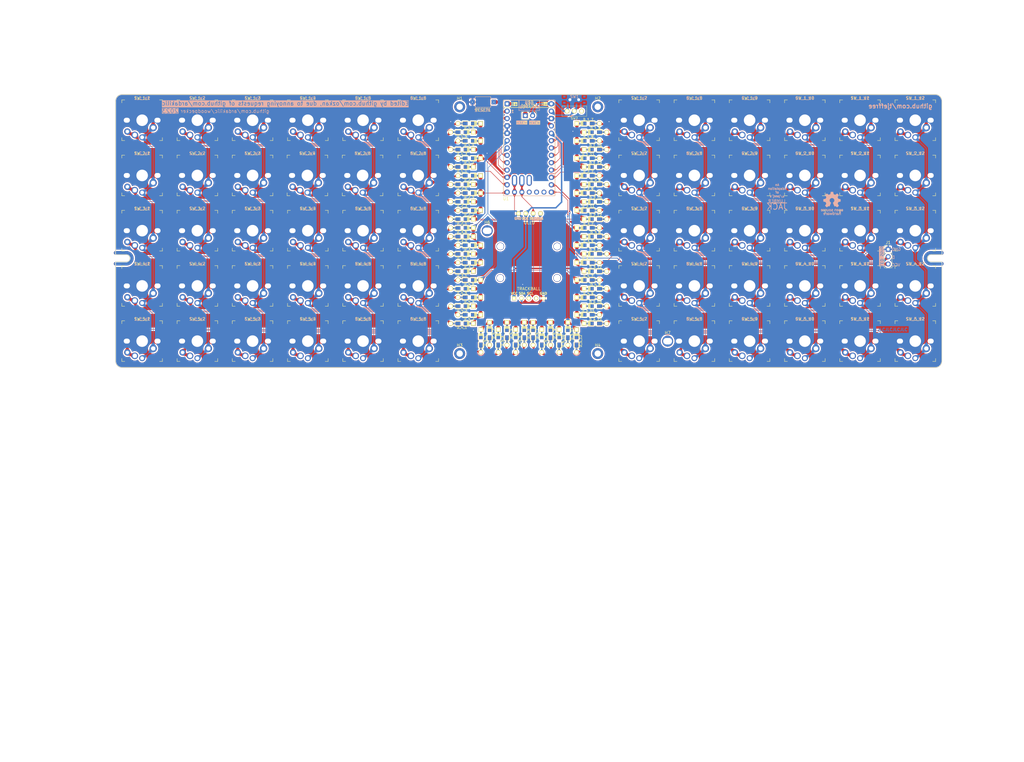
<source format=kicad_pcb>
(kicad_pcb (version 20221018) (generator pcbnew)
  (title_block (title "woodpecker") (date "2023-12-12") (rev "2023.1"))
  (layers (0 "F.Cu" signal) (31 "B.Cu" signal) (34 "B.Paste" user) (35 "F.Paste" user) (36 "B.SilkS" user "B.Silkscreen") (37 "F.SilkS" user "F.Silkscreen") (38 "B.Mask" user) (39 "F.Mask" user) (44 "Edge.Cuts" user))
  (net 0 "")
  (net 1 "/ROW1")
  (net 2 "/ROW2")
  (net 3 "/ROW3")
  (net 4 "/ROW4")
  (net 5 "/ROW5")
  (net 6 "/COL3")
  (net 7 "/COL1")
  (net 8 "/COL2")
  (net 9 "/COL4")
  (net 10 "/COL5")
  (net 11 "/COL6")
  (net 12 "/COL7")
  (net 13 "/COL8")
  (net 14 "/COL9")
  (net 15 "Net-(D_1_1-A)")
  (net 16 "Net-(D_1_2-A)")
  (net 17 "Net-(D_1_3-A)")
  (net 18 "Net-(D_1_4-A)")
  (net 19 "Net-(D_1_5-A)")
  (net 20 "Net-(D_1_6-A)")
  (net 21 "Net-(D_1_7-A)")
  (net 22 "Net-(D_1_8-A)")
  (net 23 "Net-(D_1_9-A)")
  (net 24 "Net-(D_1_10-A)")
  (net 25 "Net-(D_1_11-A)")
  (net 26 "Net-(D_1_12-A)")
  (net 27 "/COL10")
  (net 28 "Net-(D_2_1-A)")
  (net 29 "/COL11")
  (net 30 "Net-(D_2_2-A)")
  (net 31 "/COL12")
  (net 32 "Net-(D_2_3-A)")
  (net 33 "Net-(D_2_4-A)")
  (net 34 "Net-(D_2_5-A)")
  (net 35 "Net-(D_2_6-A)")
  (net 36 "Net-(D_2_7-A)")
  (net 37 "Net-(D_2_8-A)")
  (net 38 "Net-(D_2_9-A)")
  (net 39 "Net-(D_2_10-A)")
  (net 40 "Net-(D_2_11-A)")
  (net 41 "Net-(D_2_12-A)")
  (net 42 "Net-(D_3_1-A)")
  (net 43 "Net-(D_3_2-A)")
  (net 44 "Net-(D_3_3-A)")
  (net 45 "Net-(D_3_4-A)")
  (net 46 "Net-(D_3_5-A)")
  (net 47 "Net-(D_3_6-A)")
  (net 48 "Net-(D_3_7-A)")
  (net 49 "Net-(D_3_8-A)")
  (net 50 "Net-(D_3_9-A)")
  (net 51 "Net-(D_3_10-A)")
  (net 52 "Net-(D_3_11-A)")
  (net 53 "Net-(D_3_12-A)")
  (net 54 "Net-(D_4_1-A)")
  (net 55 "Net-(D_4_2-A)")
  (net 56 "Net-(D_4_3-A)")
  (net 57 "Net-(D_4_4-A)")
  (net 58 "Net-(D_4_5-A)")
  (net 59 "Net-(D_4_6-A)")
  (net 60 "Net-(D_4_7-A)")
  (net 61 "Net-(D_4_8-A)")
  (net 62 "Net-(D_4_9-A)")
  (net 63 "Net-(D_4_10-A)")
  (net 64 "Net-(D_4_11-A)")
  (net 65 "Net-(D_4_12-A)")
  (net 66 "Net-(D_5_1-A)")
  (net 67 "Net-(D_5_2-A)")
  (net 68 "Net-(D_5_3-A)")
  (net 69 "Net-(D_5_4-A)")
  (net 70 "Net-(D_5_5-A)")
  (net 71 "Net-(D_5_6-A)")
  (net 72 "Net-(D_5_7-A)")
  (net 73 "Net-(D_5_8-A)")
  (net 74 "Net-(D_5_9-A)")
  (net 75 "Net-(D_5_10-A)")
  (net 76 "Net-(D_5_11-A)")
  (net 77 "Net-(D_5_12-A)")
  (net 78 "/3V3")
  (net 79 "/GND")
  (net 80 "/SDA")
  (net 81 "/SCL")
  (net 82 "/RST")
  (net 84 "/BAT-")
  (net 85 "Net-(BT1-+)")
  (net 88 "/RGB")
  (net 92 "Net-(SW1-B)")
  (footprint "ProjectLocal:SW_MX_PG1350_NoLed" (layer "F.Cu") (at 325.85 58.875)
    (fp_text reference "SW_1_12")
    (fp_text value "MX-compatible or Kailh Choc v1")
  )
  (footprint "ProjectLocal:SW_MX_PG1350_NoLed" (layer "F.Cu") (at 268.7 58.875)
    (fp_text reference "SW_1_9")
    (fp_text value "MX-compatible or Kailh Choc v1")
  )
  (footprint "ProjectLocal:SW_MX_PG1350_NoLed" (layer "F.Cu") (at 325.85 77.925)
    (fp_text reference "SW_2_12")
    (fp_text value "MX-compatible or Kailh Choc v1")
  )
  (footprint "ProjectLocal:SW_MX_PG1350_NoLed" (layer "F.Cu") (at 268.7 77.925)
    (fp_text reference "SW_2_9")
    (fp_text value "MX-compatible or Kailh Choc v1")
  )
  (footprint "ProjectLocal:SW_MX_PG1350_NoLed" (layer "F.Cu") (at 325.85 96.975)
    (fp_text reference "SW_3_12")
    (fp_text value "MX-compatible or Kailh Choc v1")
  )
  (footprint "ProjectLocal:SW_MX_PG1350_NoLed" (layer "F.Cu") (at 306.8 96.975)
    (fp_text reference "SW_3_11")
    (fp_text value "MX-compatible or Kailh Choc v1")
  )
  (footprint "ProjectLocal:SW_MX_PG1350_NoLed" (layer "F.Cu") (at 249.65 77.925)
    (fp_text reference "SW_2_8")
    (fp_text value "MX-compatible or Kailh Choc v1")
  )
  (footprint "ProjectLocal:SW_MX_PG1350_NoLed" (layer "F.Cu") (at 325.85 116.025)
    (fp_text reference "SW_4_12")
    (fp_text value "MX-compatible or Kailh Choc v1")
  )
  (footprint "ProjectLocal:SW_MX_PG1350_NoLed" (layer "F.Cu") (at 325.85 135.075)
    (fp_text reference "SW_5_12")
    (fp_text value "MX-compatible or Kailh Choc v1")
  )
  (footprint "ProjectLocal:SW_MX_PG1350_NoLed" (layer "F.Cu") (at 287.75 116.025)
    (fp_text reference "SW_4_10")
    (fp_text value "MX-compatible or Kailh Choc v1")
  )
  (footprint "ProjectLocal:SW_MX_PG1350_NoLed" (layer "F.Cu") (at 268.7 116.025)
    (fp_text reference "SW_4_9")
    (fp_text value "MX-compatible or Kailh Choc v1")
  )
  (footprint "ProjectLocal:SW_MX_PG1350_NoLed" (layer "F.Cu") (at 78.2 135.075)
    (fp_text reference "SW_5_2")
    (fp_text value "MX-compatible or Kailh Choc v1")
  )
  (footprint "ProjectLocal:SW_MX_PG1350_NoLed" (layer "F.Cu") (at 116.3 135.075)
    (fp_text reference "SW_5_4")
    (fp_text value "MX-compatible or Kailh Choc v1")
  )
  (footprint "ProjectLocal:SW_MX_PG1350_NoLed" (layer "F.Cu") (at 135.35 135.075)
    (fp_text reference "SW_5_5")
    (fp_text value "MX-compatible or Kailh Choc v1")
  )
  (footprint "ProjectLocal:SW_MX_PG1350_NoLed" (layer "F.Cu") (at 268.7 135.075)
    (fp_text reference "SW_5_9")
    (fp_text value "MX-compatible or Kailh Choc v1")
  )
  (footprint "Keebio-Parts:Diode-dual" (layer "F.Cu") (at 172 78)
    (fp_text reference "D_2_6")
    (fp_text value "1N4148" hide)
  )
  (footprint "Keebio-Parts:Diode-dual" (layer "F.Cu") (at 172 114)
    (fp_text reference "D_4_6")
    (fp_text value "1N4148" hide)
  )
  (footprint "Keebio-Parts:Diode-dual" (layer "F.Cu") (at 191 132.5 90)
    (fp_text reference "D_5_6")
    (fp_text value "1N4148" hide)
  )
  (footprint "Keebio-Parts:Diode-dual" (layer "F.Cu") (at 188 135 90)
    (fp_text reference "D_5_5")
    (fp_text value "1N4148" hide)
  )
  (footprint "Keebio-Parts:Diode-dual" (layer "F.Cu") (at 185 132.5 90)
    (fp_text reference "D_5_4")
    (fp_text value "1N4148" hide)
  )
  (footprint "Keebio-Parts:Diode-dual" (layer "F.Cu") (at 179 132.5 90)
    (fp_text reference "D_5_2")
    (fp_text value "1N4148" hide)
  )
  (footprint "Keebio-Parts:Diode-dual" (layer "F.Cu") (at 172 72)
    (fp_text reference "D_1_2")
    (fp_text value "1N4148" hide)
  )
  (footprint "MountingHole:MountingHole_2.2mm_M2_DIN965_Pad" (layer "F.Cu") (at 168.68748 54.23755)
    (fp_text reference "H1")
    (fp_text value "M2 16mm Spacer")
  )
  (footprint "MountingHole:MountingHole_2.2mm_M2_DIN965_Pad" (layer "F.Cu") (at 216.31252 54.23755)
    (fp_text reference "H2")
    (fp_text value "M2 16mm Spacer")
  )
  (footprint "MountingHole:MountingHole_2.2mm_M2_DIN965_Pad" (layer "F.Cu") (at 168.68748 139.367309)
    (fp_text reference "H3")
    (fp_text value "M2 16mm Spacer")
  )
  (footprint "MountingHole:MountingHole_2.2mm_M2_DIN965_Pad" (layer "F.Cu") (at 216.31252 139.367309)
    (fp_text reference "H4")
    (fp_text value "M2 16mm Spacer")
  )
  (footprint "Keebio-Parts:Diode-dual" (layer "F.Cu") (at 206 132.5 90)
    (fp_text reference "D_5_11")
    (fp_text value "1N4148" hide)
  )
  (footprint "ProjectLocal:SW_MX_PG1350_NoLed" (layer "F.Cu") (at 249.65 135.075)
    (fp_text reference "SW_5_8")
    (fp_text value "MX-compatible or Kailh Choc v1")
  )
  (footprint "ProjectLocal:SW_MX_PG1350_NoLed" (layer "F.Cu") (at 135.35 116.025)
    (fp_text reference "SW_4_5")
    (fp_text value "MX-compatible or Kailh Choc v1")
  )
  (footprint "ProjectLocal:SW_MX_PG1350_NoLed" (layer "F.Cu") (at 116.3 116.025)
    (fp_text reference "SW_4_4")
    (fp_text value "MX-compatible or Kailh Choc v1")
  )
  (footprint "ProjectLocal:SW_MX_PG1350_NoLed" (layer "F.Cu") (at 97.25 116.025)
    (fp_text reference "SW_4_3")
    (fp_text value "MX-compatible or Kailh Choc v1")
  )
  (footprint "ProjectLocal:SW_MX_PG1350_NoLed" (layer "F.Cu") (at 59.15 135.075)
    (fp_text reference "SW_5_1")
    (fp_text value "MX-compatible or Kailh Choc v1")
  )
  (footprint "Keebio-Parts:Diode-dual" (layer "F.Cu") (at 172 126)
    (fp_text reference "D_4_2")
    (fp_text value "1N4148" hide)
  )
  (footprint "Keebio-Parts:Diode-dual" (layer "F.Cu") (at 172 120)
    (fp_text reference "D_4_4")
    (fp_text value "1N4148" hide)
  )
  (footprint "Keebio-Parts:Diode-dual" (layer "F.Cu") (at 169.5 111)
    (fp_text reference "D_3_1")
    (fp_text value "1N4148" hide)
  )
  (footprint "Keebio-Parts:Diode-dual" (layer "F.Cu") (at 172 108)
    (fp_text reference "D_3_2")
    (fp_text value "1N4148" hide)
  )
  (footprint "Keebio-Parts:Diode-dual" (layer "F.Cu") (at 169.5 105)
    (fp_text reference "D_3_3")
    (fp_text value "1N4148" hide)
  )
  (footprint "Keebio-Parts:Diode-dual" (layer "F.Cu") (at 169.5 117)
    (fp_text reference "D_4_5")
    (fp_text value "1N4148" hide)
  )
  (footprint "Keebio-Parts:Diode-dual" (layer "F.Cu") (at 169.5 93)
    (fp_text reference "D_2_1")
    (fp_text value "1N4148" hide)
  )
  (footprint "Keebio-Parts:Diode-dual" (layer "F.Cu") (at 169.5 99)
    (fp_text reference "D_3_5")
    (fp_text value "1N4148" hide)
  )
  (footprint "Keebio-Parts:Diode-dual" (layer "F.Cu") (at 169.5 87)
    (fp_text reference "D_2_3")
    (fp_text value "1N4148" hide)
  )
  (footprint "Keebio-Parts:Diode-dual" (layer "F.Cu") (at 172 84)
    (fp_text reference "D_2_4")
    (fp_text value "1N4148" hide)
  )
  (footprint "Keebio-Parts:Diode-dual" (layer "F.Cu") (at 169.5 81)
    (fp_text reference "D_2_5")
    (fp_text value "1N4148" hide)
  )
  (footprint "Keebio-Parts:Diode-dual" (layer "F.Cu") (at 213 72 180)
    (fp_text reference "D_1_11")
    (fp_text value "1N4148" hide)
  )
  (footprint "Keebio-Parts:Diode-dual" (layer "F.Cu") (at 169.5 69)
    (fp_text reference "D_1_3")
    (fp_text value "1N4148" hide)
  )
  (footprint "ProjectLocal:SW_MX_PG1350_NoLed" (layer "F.Cu") (at 154.4 96.975)
    (fp_text reference "SW_3_6")
    (fp_text value "MX-compatible or Kailh Choc v1")
  )
  (footprint "ProjectLocal:SW_MX_PG1350_NoLed" (layer "F.Cu") (at 135.2 77.925)
    (fp_text reference "SW_2_5")
    (fp_text value "MX-compatible or Kailh Choc v1")
  )
  (footprint "ProjectLocal:SW_MX_PG1350_NoLed" (layer "F.Cu") (at 97.25 96.975)
    (fp_text reference "SW_3_3")
    (fp_text value "MX-compatible or Kailh Choc v1")
  )
  (footprint "ProjectLocal:SW_MX_PG1350_NoLed" (layer "F.Cu") (at 78.2 96.975)
    (fp_text reference "SW_3_2")
    (fp_text value "MX-compatible or Kailh Choc v1")
  )
  (footprint "ProjectLocal:SW_MX_PG1350_NoLed" (layer "F.Cu") (at 59.15 96.975)
    (fp_text reference "SW_3_1")
    (fp_text value "MX-compatible or Kailh Choc v1")
  )
  (footprint "ProjectLocal:SW_MX_PG1350_NoLed" (layer "F.Cu") (at 154.4 58.875)
    (fp_text reference "SW_1_6")
    (fp_text value "MX-compatible or Kailh Choc v1")
  )
  (footprint "ProjectLocal:SW_MX_PG1350_NoLed" (layer "F.Cu") (at 116.3 58.875)
    (fp_text reference "SW_1_4")
    (fp_text value "MX-compatible or Kailh Choc v1")
  )
  (footprint "ProjectLocal:SW_MX_PG1350_NoLed" (layer "F.Cu") (at 97.25 58.875)
    (fp_text reference "SW_1_3")
    (fp_text value "MX-compatible or Kailh Choc v1")
  )
  (footprint "Keebio-Parts:Diode-dual" (layer "F.Cu") (at 215.5 69 180)
    (fp_text reference "D_1_10")
    (fp_text value "1N4148" hide)
  )
  (footprint "ProjectLocal:SW_MX_PG1350_NoLed" (layer "F.Cu") (at 306.8 58.875)
    (fp_text reference "SW_1_11")
    (fp_text value "MX-compatible or Kailh Choc v1")
  )
  (footprint "Keebio-Parts:Diode-dual" (layer "F.Cu") (at 169.5 63)
    (fp_text reference "D_1_5")
    (fp_text value "1N4148" hide)
  )
  (footprint "ProjectLocal:SW_MX_PG1350_NoLed" (layer "F.Cu") (at 97.25 77.925)
    (fp_text reference "SW_2_3")
    (fp_text value "MX-compatible or Kailh Choc v1")
  )
  (footprint "ProjectLocal:SW_MX_PG1350_NoLed" (layer "F.Cu") (at 116.15 77.925)
    (fp_text reference "SW_2_4")
    (fp_text value "MX-compatible or Kailh Choc v1")
  )
  (footprint "ProjectLocal:SW_MX_PG1350_NoLed" (layer "F.Cu") (at 154.4 77.925)
    (fp_text reference "SW_2_6")
    (fp_text value "MX-compatible or Kailh Choc v1")
  )
  (footprint "ProjectLocal:SW_MX_PG1350_NoLed" (layer "F.Cu") (at 59.15 116.025)
    (fp_text reference "SW_4_1")
    (fp_text value "MX-compatible or Kailh Choc v1")
  )
  (footprint "ProjectLocal:SW_MX_PG1350_NoLed" (layer "F.Cu") (at 78.2 116.025)
    (fp_text reference "SW_4_2")
    (fp_text value "MX-compatible or Kailh Choc v1")
  )
  (footprint "ProjectLocal:SW_MX_PG1350_NoLed" (layer "F.Cu") (at 306.8 135.075)
    (fp_text reference "SW_5_11")
    (fp_text value "MX-compatible or Kailh Choc v1")
  )
  (footprint "ProjectLocal:SW_MX_PG1350_NoLed" (layer "F.Cu") (at 249.65 96.975)
    (fp_text reference "SW_3_8")
    (fp_text value "MX-compatible or Kailh Choc v1")
  )
  (footprint "ProjectLocal:SW_MX_PG1350_NoLed" (layer "F.Cu") (at 268.7 96.975)
    (fp_text reference "SW_3_9")
    (fp_text value "MX-compatible or Kailh Choc v1")
  )
  (footprint "ProjectLocal:SW_MX_PG1350_NoLed" (layer "F.Cu") (at 306.8 116.025)
    (fp_text reference "SW_4_11")
    (fp_text value "MX-compatible or Kailh Choc v1")
  )
  (footprint "Keebio-Parts:Diode-dual" (layer "F.Cu") (at 203 135 90)
    (fp_text reference "D_5_10")
    (fp_text value "1N4148" hide)
  )
  (footprint "ProjectLocal:SW_MX_PG1350_NoLed" (layer "F.Cu") (at 97.25 135.075)
    (fp_text reference "SW_5_3")
    (fp_text value "MX-compatible or Kailh Choc v1")
  )
  (footprint "ProjectLocal:SW_MX_PG1350_NoLed" (layer "F.Cu") (at 59.15 77.925)
    (fp_text reference "SW_2_1")
    (fp_text value "MX-compatible or Kailh Choc v1")
  )
  (footprint "ProjectLocal:SW_MX_PG1350_NoLed" (layer "F.Cu") (at 249.65 116.025)
    (fp_text reference "SW_4_8")
    (fp_text value "MX-compatible or Kailh Choc v1")
  )
  (footprint "ProjectLocal:SW_MX_PG1350_NoLed" (layer "F.Cu") (at 135.35 58.875)
    (fp_text reference "SW_1_5")
    (fp_text value "MX-compatible or Kailh Choc v1")
  )
  (footprint "ProjectLocal:SW_MX_PG1350_NoLed" (layer "F.Cu") (at 287.75 58.875)
    (fp_text reference "SW_1_10")
    (fp_text value "MX-compatible or Kailh Choc v1")
  )
  (footprint "ProjectLocal:SW_MX_PG1350_NoLed" (layer "F.Cu") (at 306.8 77.925)
    (fp_text reference "SW_2_11")
    (fp_text value "MX-compatible or Kailh Choc v1")
  )
  (footprint "ProjectLocal:SW_MX_PG1350_NoLed" (layer "F.Cu") (at 154.4 116.025)
    (fp_text reference "SW_4_6")
    (fp_text value "MX-compatible or Kailh Choc v1")
  )
  (footprint "Keebio-Parts:Diode-dual" (layer "F.Cu") (at 176 135 90)
    (fp_text reference "D_5_1")
    (fp_text value "1N4148" hide)
  )
  (footprint "ProjectLocal:SW_MX_PG1350_NoLed" (layer "F.Cu") (at 230.6 77.925)
    (fp_text reference "SW_2_7")
    (fp_text value "MX-compatible or Kailh Choc v1")
  )
  (footprint "ProjectLocal:SW_MX_PG1350_NoLed" (layer "F.Cu") (at 230.6 58.875)
    (fp_text reference "SW_1_7")
    (fp_text value "MX-compatible or Kailh Choc v1")
  )
  (footprint "ProjectLocal:SW_MX_PG1350_NoLed" (layer "F.Cu") (at 249.65 58.875)
    (fp_text reference "SW_1_8")
    (fp_text value "MX-compatible or Kailh Choc v1")
  )
  (footprint "ProjectLocal:SW_MX_PG1350_NoLed" (layer "F.Cu") (at 154.4 135.075)
    (fp_text reference "SW_5_6")
    (fp_text value "MX-compatible or Kailh Choc v1")
  )
  (footprint "Keebio-Parts:Diode-dual" (layer "F.Cu") (at 215.5 111 180)
    (fp_text reference "D_3_12")
    (fp_text value "1N4148" hide)
  )
  (footprint "Keebio-Parts:Diode-dual" (layer "F.Cu") (at 209 135 90)
    (fp_text reference "D_5_12")
    (fp_text value "1N4148" hide)
  )
  (footprint "ProjectLocal:SW_MX_PG1350_NoLed" (layer "F.Cu") (at 230.6 96.975)
    (fp_text reference "SW_3_7")
    (fp_text value "MX-compatible or Kailh Choc v1")
  )
  (footprint "ProjectLocal:SW_MX_PG1350_NoLed" (layer "F.Cu") (at 230.6 135.075)
    (fp_text reference "SW_5_7")
    (fp_text value "MX-compatible or Kailh Choc v1")
  )
  (footprint "ProjectLocal:SW_MX_PG1350_NoLed" (layer "F.Cu") (at 230.6 116.025)
    (fp_text reference "SW_4_7")
    (fp_text value "MX-compatible or Kailh Choc v1")
  )
  (footprint "ProjectLocal:SW_MX_PG1350_NoLed" (layer "F.Cu") (at 135.35 96.975)
    (fp_text reference "SW_3_5")
    (fp_text value "MX-compatible or Kailh Choc v1")
  )
  (footprint "ProjectLocal:SW_MX_PG1350_NoLed" (layer "F.Cu") (at 287.75 77.925)
    (fp_text reference "SW_2_10")
    (fp_text value "MX-compatible or Kailh Choc v1")
  )
  (footprint "Keebio-Parts:Diode-dual" (layer "F.Cu") (at 215.5 75 180)
    (fp_text reference "D_1_12")
    (fp_text value "1N4148" hide)
  )
  (footprint "Keebio-Parts:Diode-dual" (layer "F.Cu") (at 213 60 180)
    (fp_text reference "D_1_7")
    (fp_text value "1N4148" hide)
  )
  (footprint "Keebio-Parts:Diode-dual" (layer "F.Cu") (at 215.5 63 180)
    (fp_text reference "D_1_8")
    (fp_text value "1N4148" hide)
  )
  (footprint "Keebio-Parts:Diode-dual" (layer "F.Cu") (at 213 78 180)
    (fp_text reference "D_2_7")
    (fp_text value "1N4148" hide)
  )
  (footprint "Keebio-Parts:Diode-dual" (layer "F.Cu") (at 215.5 93 180)
    (fp_text reference "D_2_12")
    (fp_text value "1N4148" hide)
  )
  (footprint "Keebio-Parts:Diode-dual" (layer "F.Cu") (at 215.5 87 180)
    (fp_text reference "D_2_10")
    (fp_text value "1N4148" hide)
  )
  (footprint "Keebio-Parts:Diode-dual" (layer "F.Cu") (at 213 90 180)
    (fp_text reference "D_2_11")
    (fp_text value "1N4148" hide)
  )
  (footprint "Keebio-Parts:Diode-dual" (layer "F.Cu") (at 213 102 180)
    (fp_text reference "D_3_9")
    (fp_text value "1N4148" hide)
  )
  (footprint "Keebio-Parts:Diode-dual" (layer "F.Cu") (at 215.5 99 180)
    (fp_text reference "D_3_8")
    (fp_text value "1N4148" hide)
  )
  (footprint "Keebio-Parts:Diode-dual" (layer "F.Cu") (at 213 96 180)
    (fp_text reference "D_3_7")
    (fp_text value "1N4148" hide)
  )
  (footprint "Keebio-Parts:Diode-dual" (layer "F.Cu") (at 215.5 81 180)
    (fp_text reference "D_2_8")
    (fp_text value "1N4148" hide)
  )
  (footprint "Keebio-Parts:Diode-dual" (layer "F.Cu") (at 213 108 180)
    (fp_text reference "D_3_11")
    (fp_text value "1N4148" hide)
  )
  (footprint "Keebio-Parts:Diode-dual" (layer "F.Cu") (at 215.5 105 180)
    (fp_text reference "D_3_10")
    (fp_text value "1N4148" hide)
  )
  (footprint "Keebio-Parts:Diode-dual" (layer "F.Cu") (at 213 114 180)
    (fp_text reference "D_4_7")
    (fp_text value "1N4148" hide)
  )
  (footprint "Keebio-Parts:Diode-dual" (layer "F.Cu") (at 213 84 180)
    (fp_text reference "D_2_9")
    (fp_text value "1N4148" hide)
  )
  (footprint "Keebio-Parts:Diode-dual" (layer "F.Cu") (at 213 66 180)
    (fp_text reference "D_1_9")
    (fp_text value "1N4148" hide)
  )
  (footprint "Keebio-Parts:Diode-dual" (layer "F.Cu") (at 215.5 129 180)
    (fp_text reference "D_4_12")
    (fp_text value "1N4148" hide)
  )
  (footprint "Keebio-Parts:Diode-dual" (layer "F.Cu") (at 213 120 180)
    (fp_text reference "D_4_9")
    (fp_text value "1N4148" hide)
  )
  (footprint "Keebio-Parts:Diode-dual" (layer "F.Cu") (at 194 132.5 90)
    (fp_text reference "D_5_7")
    (fp_text value "1N4148" hide)
  )
  (footprint "Keebio-Parts:Diode-dual" (layer "F.Cu") (at 215.5 117 180)
    (fp_text reference "D_4_8")
    (fp_text value "1N4148" hide)
  )
  (footprint "Keebio-Parts:Diode-dual" (layer "F.Cu") (at 215.5 123 180)
    (fp_text reference "D_4_10")
    (fp_text value "1N4148" hide)
  )
  (footprint "Keebio-Parts:Diode-dual" (layer "F.Cu") (at 213 126 180)
    (fp_text reference "D_4_11")
    (fp_text value "1N4148" hide)
  )
  (footprint "Keebio-Parts:Diode-dual" (layer "F.Cu") (at 197 135 90)
    (fp_text reference "D_5_8")
    (fp_text value "1N4148" hide)
  )
  (footprint "Keebio-Parts:Diode-dual" (layer "F.Cu") (at 200 132.5 90)
    (fp_text reference "D_5_9")
    (fp_text value "1N4148" hide)
  )
  (footprint "Keebio-Parts:Diode-dual" (layer "F.Cu") (at 169.5 129)
    (fp_text reference "D_4_1")
    (fp_text value "1N4148" hide)
  )
  (footprint "Keebio-Parts:Diode-dual" (layer "F.Cu") (at 172 102)
    (fp_text reference "D_3_4")
    (fp_text value "1N4148" hide)
  )
  (footprint "Keebio-Parts:Diode-dual" (layer "F.Cu") (at 169.5 96)
    (fp_text reference "D_3_6")
    (fp_text value "1N4148" hide)
  )
  (footprint "Keebio-Parts:Diode-dual" (layer "F.Cu") (at 169.5 75)
    (fp_text reference "D_1_1")
    (fp_text value "1N4148" hide)
  )
  (footprint "Keebio-Parts:Diode-dual" (layer "F.Cu") (at 169.5 123)
    (fp_text reference "D_4_3")
    (fp_text value "1N4148" hide)
  )
  (footprint "ProjectLocal:SW_MX_PG1350_NoLed" (layer "F.Cu") (at 287.75 96.975)
    (fp_text reference "SW_3_10")
    (fp_text value "MX-compatible or Kailh Choc v1")
  )
  (footprint "ProjectLocal:SW_MX_PG1350_NoLed" (layer "F.Cu") (at 78.2 58.875)
    (fp_text reference "SW_1_2")
    (fp_text value "MX-compatible or Kailh Choc v1")
  )
  (footprint "ProjectLocal:SW_MX_PG1350_NoLed" (layer "F.Cu") (at 287.75 135.075)
    (fp_text reference "SW_5_10")
    (fp_text value "MX-compatible or Kailh Choc v1")
  )
  (footprint "ProjectLocal:SW_MX_PG1350_NoLed" (layer "F.Cu") (at 59.15 58.875)
    (fp_text reference "SW_1_1")
    (fp_text value "MX-compatible or Kailh Choc v1")
  )
  (footprint "ProjectLocal:SW_MX_PG1350_NoLed" (layer "F.Cu") (at 78.2 77.925)
    (fp_text reference "SW_2_2")
    (fp_text value "MX-compatible or Kailh Choc v1")
  )
  (footprint "ProjectLocal:SW_MX_PG1350_NoLed" (layer "F.Cu") (at 116.3 96.975)
    (fp_text reference "SW_3_4")
    (fp_text value "MX-compatible or Kailh Choc v1")
  )
  (footprint "Keebio-Parts:Diode-dual" (layer "F.Cu") (at 172 66)
    (fp_text reference "D_1_4")
    (fp_text value "1N4148" hide)
  )
  (footprint "Keebio-Parts:Diode-dual" (layer "F.Cu") (at 182 135 90)
    (fp_text reference "D_5_3")
    (fp_text value "1N4148" hide)
  )
  (footprint "Keebio-Parts:Diode-dual" (layer "F.Cu") (at 172 90)
    (fp_text reference "D_2_2")
    (fp_text value "1N4148" hide)
  )
  (footprint "Keebio-Parts:Diode-dual" (layer "F.Cu") (at 172 60)
    (fp_text reference "D_1_6")
    (fp_text value "1N4148" hide)
  )
  (footprint "ProjectLocal:Graphic_Mask_HalfHole" (layer "F.Cu") (at 53.7089 106.5)
    (fp_text reference "HOLE" hide)
    (fp_text value "Graphic_Mask_HalfHole")
  )
  (footprint "ProjectLocal:Graphic_Mask_HalfHole" (layer "F.Cu") (at 331.2912 106.5 180)
    (fp_text reference "HOLE" hide)
    (fp_text value "Graphic_Mask_HalfHole")
  )
  (footprint "kbd:SW_SPST_RS-282G05A3-SM" (layer "F.Cu") (at 176.84 52.595)
    (fp_text reference "RESET1")
    (fp_text value "SW_PUSH")
  )
  (footprint "ozkan:PIM447" (layer "F.Cu") (at 192.52501 120.300703)
    (fp_text reference "TB1")
    (fp_text value "PIM447" hide)
  )
  (footprint "kibuzzard-656122B9" (layer "F.Cu") (at 192.425 124.4)
    (fp_text reference "kibuzzard-656122B9" hide)
    (fp_text value "G***" hide)
  )
  (footprint "kbd:M2_Threads_v2" (layer "F.Cu") (at 202.3 113.305)
    (fp_text reference "H9" hide)
    (fp_text value "MountingHole" hide)
  )
  (footprint "Connector_PinHeader_2.54mm:PinHeader_1x02_P2.54mm_Vertical" (layer "F.Cu") (at 193.86 57.285 -90)
    (fp_text reference "BT1" hide)
    (fp_text value "Battery_Cell")
  )
  (footprint "Library:MountingHole_2.2mm_M2_elongated" (layer "F.Cu") (at 178.192003 97.003494)
    (fp_text reference "H6")
    (fp_text value "~")
  )
  (footprint "kbd:M2_Threads_v2" (layer "F.Cu") (at 182.72 102.395)
    (fp_text reference "H11" hide)
    (fp_text value "MountingHole" hide)
  )
  (footprint "kbd:M2_Threads_v2" (layer "F.Cu") (at 182.69 113.305)
    (fp_text reference "H10" hide)
    (fp_text value "MountingHole" hide)
  )
  (footprint "kbd:M2_Threads_v2" (layer "F.Cu") (at 202.31 102.415)
    (fp_text reference "H8" hide)
    (fp_text value "MountingHole" hide)
  )
  (footprint "kbd:SS12D00" (layer "F.Cu") (at 208.225 55.725)
    (fp_text reference "SW2")
    (fp_text value "SS12D00" hide)
  )
  (footprint "ProjectLocal:Bumpon_3M_F0502" (layer "F.Cu") (at 180.84 101.91)
    (fp_text reference "H5" hide)
    (fp_text value "~")
  )
  (footprint "Library:MountingHole_2.2mm_M2_elongated" (layer "F.Cu") (at 240.422933 135.085732)
    (fp_text reference "H7")
    (fp_text value "~")
  )
  (footprint "Connector_PinHeader_2.54mm:PinHeader_1x03_P2.54mm_Vertical" (layer "F.Cu") (at 316.5 103.4)
    (fp_text reference "J1")
    (fp_text value "Conn_01x03_Pin")
  )
  (footprint "KBD:OLED_v2" (layer "F.Cu") (at 192.765 91.025 180)
    (fp_text reference "OLED1")
    (fp_text value "SSD1306" hide)
  )
  (footprint "Connector_PinHeader_2.54mm:PinHeader_1x05_P2.54mm_Vertical" (layer "F.Cu") (at 187.6 83.675 90)
    (fp_text reference "J2" hide)
    (fp_text value "Conn_01x05")
  )
  (footprint "marbastlib-xp-promicroish:nice_nano_AH_Reversible" (layer "F.Cu") (at 192.68 69.715)
    (fp_text reference "U1")
    (fp_text value "nice_nano")
  )
  (footprint "lumberjack:OSHW" (layer "B.Cu") (at 297.125 87.575 180)
    (fp_text reference "REF**" hide)
    (fp_text value "OSHW" hide)
  )
  (footprint "kbd:MSK12C02" (layer "B.Cu") (at 208.975 53.75)
    (fp_text reference "SW1")
    (fp_text value "MSK12C02")
  )
  (footprint "kbd:SW_SPST_RS-282G05A3-SM" (layer "B.Cu") (at 176.827506 52.610006)
    (fp_text reference "RESET2")
    (fp_text value "SW_PUSH")
  )
  (gr_poly (pts (xy 183.74977 119.360398) (xy 183.764707 119.367224) (xy 183.779265 119.37493) (xy 183.793389 119.383508) (xy 183.807025 119.392948) (xy 183.820034 119.402614) (xy 183.832272 119.412896) (xy 183.843715 119.423746) (xy 183.854348 119.435123) (xy 183.864145 119.446988) (xy 183.873086 119.459292) (xy 183.881147 119.471995) (xy 183.888307 119.485058) (xy 183.894545 119.498429) (xy 183.899836 119.512075) (xy 183.904168 119.525946) (xy 183.907506 119.54) (xy 183.909836 119.554198) (xy 183.911138 119.56849) (xy 183.91138 119.582843) (xy 183.911102 119.590024) (xy 183.910553 119.597201) (xy 183.909732 119.604342) (xy 183.908648 119.611399) (xy 183.907305 119.618373) (xy 183.9057 119.625259) (xy 183.903849 119.632049) (xy 183.901744 119.638741) (xy 183.899395 119.645333) (xy 183.896804 119.651822) (xy 183.893975 119.658193) (xy 183.89091 119.66445) (xy 183.887616 119.670589) (xy 183.884092 119.676603) (xy 183.880344 119.68249) (xy 183.876375 119.688244) (xy 183.867796 119.699334) (xy 183.858383 119.709844) (xy 183.84816 119.719729) (xy 183.837158 119.728967) (xy 183.825409 119.737509) (xy 183.812939 119.745329) (xy 183.799777 119.752391) (xy 183.785955 119.75866) (xy 183.771504 119.764093) (xy 183.756592 119.768623) (xy 183.741405 119.772204) (xy 183.726005 119.774837) (xy 183.710433 119.776534) (xy 183.694742 119.777304) (xy 183.678982 119.777153) (xy 183.66321 119.776089) (xy 183.647468 119.774118) (xy 183.631815 119.771254) (xy 183.616298 119.767496) (xy 183.60097 119.762857) (xy 183.585879 119.75735) (xy 183.571079 119.750975) (xy 183.556621 119.743739) (xy 183.542553 119.735655) (xy 183.528929 119.726731) (xy 183.52887 119.726905) (xy 183.515314 119.717364) (xy 183.502535 119.707169) (xy 183.490567 119.696355) (xy 183.479421 119.684977) (xy 183.46913 119.673077) (xy 183.459716 119.660699) (xy 183.451203 119.647885) (xy 183.44361 119.634685) (xy 183.436968 119.621145) (xy 183.4313 119.607302) (xy 183.426627 119.593212) (xy 183.422974 119.578911) (xy 183.420366 119.56445) (xy 183.418827 119.549872) (xy 183.418468 119.54255) (xy 183.418381 119.535219) (xy 183.418577 119.527883) (xy 183.419051 119.520544) (xy 183.419809 119.513246) (xy 183.42084 119.506031) (xy 183.422146 119.498899) (xy 183.423714 119.491863) (xy 183.425549 119.484918) (xy 183.427644 119.478076) (xy 183.429993 119.471338) (xy 183.432596 119.464712) (xy 183.435445 119.458196) (xy 183.438539 119.451802) (xy 183.441873 119.445536) (xy 183.445446 119.439393) (xy 183.449248 119.433382) (xy 183.453282 119.42751) (xy 183.457537 119.421782) (xy 183.462018 119.416198) (xy 183.466711 119.410769) (xy 183.471618 119.405492) (xy 183.476737 119.400381) (xy 183.48206 119.395429) (xy 183.493309 119.386048) (xy 183.505332 119.377385) (xy 183.518101 119.369474) (xy 183.531584 119.362359) (xy 183.538579 119.359107) (xy 183.545747 119.35607) (xy 183.553077 119.353246) (xy 183.560566 119.350648) (xy 183.575847 119.34617) (xy 183.591398 119.342685) (xy 183.607165 119.340183) (xy 183.623091 119.338656) (xy 183.63912 119.338093) (xy 183.655203 119.338487) (xy 183.671282 119.339827) (xy 183.687308 119.342106) (xy 183.703224 119.345309) (xy 183.718975 119.349435) (xy 183.734508 119.354469)) (fill solid) (layer "F.Cu"))
  (gr_poly (pts (xy 183.606733 118.41417) (xy 183.75388 118.478533) (xy 183.824355 118.514723) (xy 183.892314 118.553893) (xy 183.957425 118.596262) (xy 184.019348 118.642062) (xy 184.077742 118.69152) (xy 184.132278 118.744861) (xy 184.18261 118.802316) (xy 184.228407 118.86411) (xy 184.26933 118.930467) (xy 184.305047 119.00162) (xy 184.335212 119.077795) (xy 184.359494 119.159214) (xy 184.369241 119.173644) (xy 184.378337 119.18795) (xy 184.386866 119.202125) (xy 184.394903 119.216178) (xy 184.402528 119.230116) (xy 184.409818 119.243939) (xy 184.423728 119.271256) (xy 184.437253 119.298166) (xy 184.451035 119.324696) (xy 184.458218 119.33783) (xy 184.465706 119.350881) (xy 184.473572 119.363852) (xy 184.481898 119.376746) (xy 184.616401 119.57524) (xy 184.770958 119.792862) (xy 184.938772 120.020671) (xy 185.11304 120.249707) (xy 185.286956 120.471026) (xy 185.45371 120.675666) (xy 185.606495 120.85468) (xy 185.73851 120.999114) (xy 185.746542 121.008001) (xy 185.753539 121.016765) (xy 185.759533 121.025376) (xy 185.764556 121.033809) (xy 185.768638 121.042034) (xy 185.771804 121.05003) (xy 185.7741 121.05777) (xy 185.775537 121.065227) (xy 185.776163 121.072378) (xy 185.776003 121.079196) (xy 185.775086 121.085656) (xy 185.773445 121.091728) (xy 185.771108 121.097391) (xy 185.76811 121.102614) (xy 185.764484 121.107379) (xy 185.760255 121.111655) (xy 185.755455 121.115418) (xy 185.75012 121.11864) (xy 185.744279 121.121296) (xy 185.737959 121.123356) (xy 185.731193 121.124807) (xy 185.724012 121.125612) (xy 185.716451 121.125746) (xy 185.708538 121.125186) (xy 185.700302 121.123908) (xy 185.691777 121.121882) (xy 185.68299 121.119085) (xy 185.673975 121.11549) (xy 185.664768 121.111072) (xy 185.655388 121.105802) (xy 185.645879 121.099659) (xy 185.636262 121.092615) (xy 185.475931 120.968404) (xy 185.295682 120.834402) (xy 185.199407 120.766917) (xy 185.099731 120.700809) (xy 184.997188 120.637353) (xy 184.892293 120.577831) (xy 184.785576 120.523508) (xy 184.677572 120.475666) (xy 184.568794 120.435578) (xy 184.459775 120.404518) (xy 184.405341 120.392773) (xy 184.351042 120.383764) (xy 184.296949 120.377653) (xy 184.243124 120.37459) (xy 184.189631 120.374743) (xy 184.136539 120.378272) (xy 184.083911 120.385334) (xy 184.03182 120.396083) (xy 184.020745 120.400702) (xy 184.008964 120.405438) (xy 183.984379 120.415239) (xy 183.972118 120.420285) (xy 183.960243 120.425415) (xy 183.949027 120.430617) (xy 183.943758 120.433245) (xy 183.938751 120.435884) (xy 183.93957 120.435868) (xy 183.940352 120.435998) (xy 183.9411 120.436275) (xy 183.941822 120.436693) (xy 183.942521 120.437251) (xy 183.943204 120.437944) (xy 183.944544 120.439738) (xy 183.945875 120.442058) (xy 183.947246 120.444887) (xy 183.950267 120.452) (xy 183.953952 120.460943) (xy 183.956145 120.466058) (xy 183.958629 120.471582) (xy 183.961449 120.477491) (xy 183.964643 120.483773) (xy 183.968251 120.490411) (xy 183.972326 120.497392) (xy 184.031096 120.601069) (xy 184.081506 120.710582) (xy 184.123564 120.82555) (xy 184.157277 120.94559) (xy 184.182653 121.070312) (xy 184.1997 121.199333) (xy 184.208428 121.332269) (xy 184.208842 121.468736) (xy 184.200948 121.608353) (xy 184.184756 121.750726) (xy 184.160278 121.895477) (xy 184.127513 122.042226) (xy 184.086473 122.19058) (xy 184.037171 122.340153) (xy 183.979603 122.490573) (xy 183.913787 122.64144) (xy 183.8841 122.703579) (xy 183.852983 122.765041) (xy 183.820445 122.825816) (xy 183.786497 122.885884) (xy 183.751152 122.945228) (xy 183.71442 123.003827) (xy 183.676304 123.061666) (xy 183.636823 123.118727) (xy 184.190256 123.04573) (xy 184.576409 122.665976) (xy 184.584181 122.658103) (xy 184.592511 122.650839) (xy 184.601372 122.644189) (xy 184.61072 122.638168) (xy 184.62051 122.632781) (xy 184.630714 122.628048) (xy 184.641294 122.623968) (xy 184.652202 122.620556) (xy 184.66341 122.617827) (xy 184.67487 122.615789) (xy 184.686555 122.614453) (xy 184.698415 122.613824) (xy 184.710417 122.613925) (xy 184.722525 122.614752) (xy 184.734701 122.616325) (xy 184.746898 122.618652) (xy 184.758968 122.621711) (xy 184.770742 122.625454) (xy 184.782195 122.629854) (xy 184.793294 122.634887) (xy 184.804006 122.640523) (xy 184.814301 122.646741) (xy 184.824153 122.653507) (xy 184.833519 122.660806) (xy 184.842375 122.668602) (xy 184.850686 122.676873) (xy 184.858421 122.685592) (xy 184.86555 122.694735) (xy 184.872045 122.70427) (xy 184.877867 122.714182) (xy 184.88299 122.724434) (xy 184.887377 122.735002) (xy 184.890966 122.745751) (xy 184.893719 122.75654) (xy 184.895643 122.767331) (xy 184.896746 122.778092) (xy 184.897039 122.788784) (xy 184.896525 122.799374) (xy 184.895217 122.809822) (xy 184.893128 122.820103) (xy 184.890258 122.830169) (xy 184.88662 122.839997) (xy 184.882222 122.849539) (xy 184.877073 122.858772) (xy 184.871181 122.867658) (xy 184.864554 122.876154) (xy 184.857202 122.884231) (xy 184.849131 122.891853) (xy 184.42 123.310791) (xy 184.116222 123.755216) (xy 184.111239 123.761461) (xy 184.105947 123.76739) (xy 184.100364 123.773) (xy 184.094497 123.778292) (xy 184.088369 123.783261) (xy 184.081985 123.787907) (xy 184.075369 123.792226) (xy 184.068526 123.796218) (xy 184.061479 123.79988) (xy 184.05424 123.803209) (xy 184.039233 123.808867) (xy 184.023626 123.813176) (xy 184.007536 123.816114) (xy 183.991071 123.817668) (xy 183.974351 123.817826) (xy 183.957494 123.816571) (xy 183.940608 123.813884) (xy 183.923814 123.809746) (xy 183.907227 123.80415) (xy 183.890956 123.797074) (xy 183.882979 123.79298) (xy 183.875127 123.788504) (xy 183.867495 123.783713) (xy 183.860179 123.778656) (xy 183.853183 123.773354) (xy 183.846511 123.767819) (xy 183.840171 123.76206) (xy 183.834161 123.756094) (xy 183.82849 123.749936) (xy 183.823153 123.743594) (xy 183.81817 123.737082) (xy 183.813526 123.730418) (xy 183.809242 123.723607) (xy 183.805308 123.716667) (xy 183.801743 123.709612) (xy 183.798535 123.702453) (xy 183.795698 123.695198) (xy 183.793232 123.687872) (xy 183.791147 123.680477) (xy 183.789442 123.67303) (xy 183.78812 123.665547) (xy 183.787189 123.658036) (xy 183.786646 123.650513) (xy 183.786502 123.642991) (xy 183.786759 123.63548) (xy 183.787422 123.627997) (xy 183.788493 123.620551) (xy 183.789977 123.613159) (xy 183.791879 123.605836) (xy 183.794199 123.598584) (xy 183.796948 123.591427) (xy 183.800125 123.584375) (xy 183.80373 123.577438) (xy 183.807777 123.57063) (xy 183.920723 123.407431) (xy 183.52439 123.459413) (xy 183.43263 123.473278) (xy 183.408043 123.476607) (xy 183.384222 123.479253) (xy 183.372823 123.480221) (xy 183.361882 123.480902) (xy 183.351491 123.481255) (xy 183.341738 123.481238) (xy 183.278689 123.548734) (xy 183.214858 123.614661) (xy 183.150391 123.679205) (xy 183.085431 123.742561) (xy 182.954639 123.86646) (xy 182.823661 123.987882) (xy 182.585105 124.210471) (xy 182.469851 124.323012) (xy 182.358123 124.438272) (xy 182.303777 124.497363) (xy 182.250552 124.557665) (xy 182.198523 124.619352) (xy 182.147769 124.682604) (xy 182.098373 124.747592) (xy 182.050408 124.814508) (xy 182.003959 124.883512) (xy 181.959105 124.95479) (xy 181.964439 125.029972) (xy 181.966571 125.105224) (xy 181.961406 125.255625) (xy 181.943994 125.405313) (xy 181.914719 125.553627) (xy 181.873962 125.699893) (xy 181.822101 125.843441) (xy 181.759522 125.983608) (xy 181.686597 126.119722) (xy 181.603717 126.251109) (xy 181.511258 126.377106) (xy 181.409609 126.49704) (xy 181.299144 126.610244) (xy 181.180242 126.716047) (xy 181.053295 126.813782) (xy 180.918678 126.902776) (xy 180.776774 126.982364) (xy 180.765664 126.98751) (xy 180.754198 126.991845) (xy 180.742437 126.995376) (xy 180.730422 126.998109) (xy 180.718197 127.000046) (xy 180.705815 127.001191) (xy 180.693326 127.001541) (xy 180.680779 127.001105) (xy 180.668215 126.999887) (xy 180.655685 126.997885) (xy 180.643242 126.995108) (xy 180.630931 126.991555) (xy 180.618798 126.987232) (xy 180.606895 126.982135) (xy 180.595269 126.976279) (xy 180.583964 126.969657) (xy 180.573156 126.962364) (xy 180.562995 126.954514) (xy 180.553503 126.946142) (xy 180.5447 126.937292) (xy 180.536602 126.928003) (xy 180.529239 126.918314) (xy 180.522624 126.908272) (xy 180.516781 126.897912) (xy 180.511733 126.887271) (xy 180.507499 126.876396) (xy 180.5041 126.865325) (xy 180.502719 126.859726) (xy 180.501555 126.854094) (xy 180.500612 126.848433) (xy 180.499889 126.842749) (xy 180.499389 126.837047) (xy 180.499121 126.831329) (xy 180.499077 126.825604) (xy 180.499266 126.819875) (xy 180.499694 126.814146) (xy 180.500355 126.808422) (xy 180.549528 126.446039) (xy 180.594667 126.060007) (xy 180.614818 125.856257) (xy 180.632876 125.644363) (xy 180.648477 125.423564) (xy 180.661263 125.19313) (xy 180.62316 125.223879) (xy 180.58667 125.252543) (xy 180.551875 125.279093) (xy 180.518871 125.303494) (xy 180.487755 125.325719) (xy 180.458612 125.34573) (xy 180.431532 125.363499) (xy 180.406609 125.378995) (xy 180.395345 125.385152) (xy 180.383633 125.390415) (xy 180.371531 125.394791) (xy 180.359094 125.398276) (xy 180.346386 125.400876) (xy 180.333458 125.40259) (xy 180.320365 125.40342) (xy 180.307167 125.403372) (xy 180.293928 125.402444) (xy 180.2807 125.400641) (xy 180.267536 125.397965) (xy 180.254503 125.394414) (xy 180.24165 125.389996) (xy 180.229041 125.384713) (xy 180.216728 125.37856) (xy 180.204773 125.371545) (xy 180.193312 125.363841) (xy 180.182592 125.355512) (xy 180.172635 125.346603) (xy 180.163461 125.337169) (xy 180.155103 125.327252) (xy 180.147577 125.316905) (xy 180.140907 125.30618) (xy 180.135117 125.295123) (xy 180.130235 125.283779) (xy 180.128139 125.278016) (xy 180.126277 125.272205) (xy 180.124655 125.266341) (xy 180.123271 125.260443) (xy 180.122132 125.254507) (xy 180.121237 125.248543) (xy 180.120593 125.24256) (xy 180.1202 125.236557) (xy 180.120063 125.230548) (xy 180.120185 125.224537) (xy 180.120567 125.218526) (xy 180.121212 125.212523) (xy 180.122128 125.206537) (xy 180.123309 125.200571) (xy 180.159985 125.011817) (xy 180.189741 124.822724) (xy 180.213543 124.633563) (xy 180.232362 124.444601) (xy 180.247176 124.256119) (xy 180.258948 124.068379) (xy 180.277275 123.696226) (xy 180.29699 123.29572) (xy 180.326138 122.901434) (xy 180.347241 122.706809) (xy 180.374299 122.513958) (xy 180.408494 122.32296) (xy 180.451041 122.13389) (xy 180.503131 121.946819) (xy 180.557569 121.786532) (xy 180.901488 121.904953) (xy 180.8437 122.078851) (xy 180.79574 122.255125) (xy 180.756507 122.433653) (xy 180.724908 122.614319) (xy 180.699847 122.797008) (xy 180.680226 122.981605) (xy 180.652921 123.35605) (xy 180.634225 123.736723) (xy 180.621263 124.006316) (xy 180.605319 124.278771) (xy 180.595291 124.415931) (xy 180.583393 124.553634) (xy 180.569252 124.691824) (xy 180.552483 124.830442) (xy 180.701128 124.692983) (xy 180.739434 124.656421) (xy 180.859001 124.536999) (xy 180.981952 124.407568) (xy 181.106933 124.268883) (xy 181.232569 124.121701) (xy 181.357491 123.966771) (xy 181.480333 123.804862) (xy 181.599731 123.636716) (xy 181.71432 123.463099) (xy 181.822726 123.284763) (xy 181.923582 123.102462) (xy 182.015529 122.916955) (xy 182.097197 122.728995) (xy 182.167216 122.539342) (xy 182.224218 122.348749) (xy 182.26684 122.157972) (xy 182.293714 121.967769) (xy 182.304265 121.853589) (xy 182.312883 121.744312) (xy 182.319197 121.639192) (xy 182.32285 121.537481) (xy 182.323483 121.438432) (xy 182.320721 121.341291) (xy 182.317958 121.293203) (xy 182.314212 121.24531) (xy 182.309434 121.197524) (xy 182.303585 121.149745) (xy 182.303158 121.145903) (xy 182.302895 121.142158) (xy 182.302795 121.1385) (xy 182.302845 121.134934) (xy 182.303043 121.131469) (xy 182.303384 121.128098) (xy 182.303862 121.124823) (xy 182.304463 121.121647) (xy 182.305193 121.118572) (xy 182.30604 121.115594) (xy 182.306995 121.112719) (xy 182.308057 121.109944) (xy 182.30922 121.107277) (xy 182.310473 121.104713) (xy 182.311814 121.102257) (xy 182.313234 121.099906) (xy 182.314735 121.097661) (xy 182.316301 121.095529) (xy 182.317933 121.093506) (xy 182.319617 121.091587) (xy 182.321359 121.089792) (xy 182.323141 121.088106) (xy 182.32496 121.086535) (xy 182.326819 121.085076) (xy 182.3287 121.083736) (xy 182.330605 121.082516) (xy 182.332524 121.081415) (xy 182.334451 121.080431) (xy 182.336381 121.079569) (xy 182.338307 121.078831) (xy 182.340225 121.078217) (xy 182.342129 121.077724) (xy 182.344282 121.077277) (xy 182.346503 121.076994) (xy 182.351147 121.076928) (xy 182.356034 121.077517) (xy 182.361139 121.078747) (xy 182.366434 121.080609) (xy 182.371901 121.083098) (xy 182.377511 121.086202) (xy 182.38324 121.089909) (xy 182.389065 121.094215) (xy 182.394959 121.099103) (xy 182.400892 121.104567) (xy 182.406847 121.110597) (xy 182.412796 121.117187) (xy 182.418713 121.124317) (xy 182.424577 121.131986) (xy 182.430357 121.140185) (xy 182.459444 121.185588) (xy 182.486808 121.2339) (xy 182.512393 121.284781) (xy 182.536129 121.337889) (xy 182.557958 121.39289) (xy 182.577823 121.44944) (xy 182.595663 121.507198) (xy 182.611407 121.565835) (xy 182.625 121.625) (xy 182.636375 121.68436) (xy 182.645477 121.743579) (xy 182.652239 121.802306) (xy 182.656603 121.860214) (xy 182.658505 121.916951) (xy 182.65788 121.972192) (xy 182.654677 122.02559) (xy 182.643479 122.129046) (xy 182.627902 122.232364) (xy 182.584364 122.438257) (xy 182.525512 122.642612) (xy 182.452815 122.844773) (xy 182.367726 123.044082) (xy 182.271702 123.239886) (xy 182.166211 123.431526) (xy 182.052705 123.618349) (xy 181.932648 123.799694) (xy 181.807497 123.97491) (xy 181.678712 124.143335) (xy 181.54775 124.304317) (xy 181.416078 124.457195) (xy 181.285145 124.601321) (xy 181.156418 124.736032) (xy 181.031353 124.860673) (xy 181.025099 125.065699) (xy 181.016173 125.270423) (xy 181.004582 125.474818) (xy 180.99033 125.678863) (xy 180.973408 125.882538) (xy 180.953823 126.085824) (xy 180.931583 126.288691) (xy 180.906679 126.49113) (xy 181.005913 126.406731) (xy 181.097056 126.317807) (xy 181.180229 126.224917) (xy 181.255579 126.128629) (xy 181.323245 126.029501) (xy 181.383354 125.928092) (xy 181.436054 125.824971) (xy 181.481473 125.720694) (xy 181.519752 125.615825) (xy 181.551032 125.510925) (xy 181.575442 125.406557) (xy 181.593122 125.303279) (xy 181.604211 125.201659) (xy 181.60884 125.102249) (xy 181.607148 125.005627) (xy 181.599278 124.91234) (xy 181.598672 124.90665) (xy 181.598296 124.900971) (xy 181.598148 124.895317) (xy 181.598227 124.88969) (xy 181.598534 124.88409) (xy 181.599066 124.87853) (xy 181.599825 124.87301) (xy 181.600805 124.86754) (xy 181.602004 124.862117) (xy 181.60343 124.856756) (xy 181.605076 124.851454) (xy 181.606937 124.846223) (xy 181.60902 124.841066) (xy 181.61132 124.835987) (xy 181.613831 124.83099) (xy 181.616564 124.826083) (xy 181.666146 124.744461) (xy 181.717623 124.665574) (xy 181.770845 124.589256) (xy 181.825674 124.515332) (xy 181.881967 124.443648) (xy 181.939576 124.374036) (xy 181.998362 124.306324) (xy 182.058175 124.240355) (xy 182.180324 124.112968) (xy 182.304872 123.990542) (xy 182.430672 123.871763) (xy 182.556571 123.755293) (xy 182.704397 123.618274) (xy 182.848983 123.480626) (xy 182.989143 123.33978) (xy 183.05719 123.267354) (xy 183.123682 123.193163) (xy 183.188475 123.116885) (xy 183.251412 123.038204) (xy 183.31235 122.956789) (xy 183.371137 122.872329) (xy 183.427624 122.784492) (xy 183.481664 122.692965) (xy 183.533101 122.59742) (xy 183.581796 122.497544) (xy 183.640663 122.363255) (xy 183.692411 122.229759) (xy 183.737017 122.097391) (xy 183.774477 121.966484) (xy 183.804775 121.837368) (xy 183.8279 121.710387) (xy 183.843835 121.58586) (xy 183.852581 121.464135) (xy 183.854111 121.345538) (xy 183.848415 121.230403) (xy 183.835484 121.119064) (xy 183.815305 121.011855) (xy 183.802492 120.959903) (xy 183.787863 120.909108) (xy 183.771414 120.859515) (xy 183.753144 120.811162) (xy 183.733057 120.764092) (xy 183.711144 120.718345) (xy 183.687406 120.673965) (xy 183.661842 120.630994) (xy 183.645686 120.602276) (xy 183.631655 120.573626) (xy 183.619744 120.545104) (xy 183.609955 120.51679) (xy 183.602283 120.48875) (xy 183.596736 120.461046) (xy 183.593305 120.433756) (xy 183.591994 120.406941) (xy 183.592805 120.380673) (xy 183.595731 120.355027) (xy 183.597989 120.342455) (xy 183.600775 120.330061) (xy 183.604091 120.317858) (xy 183.60794 120.305849) (xy 183.612314 120.294047) (xy 183.617219 120.28246) (xy 183.622651 120.271096) (xy 183.628617 120.259964) (xy 183.635106 120.249072) (xy 183.642131 120.238425) (xy 183.649678 120.228037) (xy 183.657756 120.217915) (xy 183.664941 120.209707) (xy 183.672492 120.202006) (xy 183.680393 120.194769) (xy 183.688623 120.187967) (xy 183.697154 120.181561) (xy 183.705975 120.175513) (xy 183.715063 120.169791) (xy 183.724393 120.164355) (xy 183.733939 120.159174) (xy 183.743692 120.154207) (xy 183.753629 120.149419) (xy 183.763715 120.144775) (xy 183.784295 120.135782) (xy 183.805253 120.126932) (xy 183.845396 120.109811) (xy 183.866458 120.1002) (xy 183.887995 120.089632) (xy 183.909874 120.077902) (xy 183.931959 120.064819) (xy 183.954107 120.050178) (xy 183.976188 120.033788) (xy 183.998068 120.015452) (xy 184.019603 119.994967) (xy 184.04066 119.972142) (xy 184.061106 119.946778) (xy 184.080801 119.918677) (xy 184.09961 119.887639) (xy 184.11739 119.853471) (xy 184.134016 119.815976) (xy 184.134077 119.815804) (xy 184.144699 119.78687) (xy 184.153222 119.757849) (xy 184.159699 119.72877) (xy 184.164188 119.699667) (xy 184.166751 119.670578) (xy 184.167435 119.641533) (xy 184.1663 119.61257) (xy 184.163403 119.583719) (xy 184.158798 119.555016) (xy 184.152543 119.526493) (xy 184.144693 119.498184) (xy 184.135307 119.470124) (xy 184.124433 119.442349) (xy 184.112141 119.414888) (xy 184.083491 119.361044) (xy 184.049809 119.308873) (xy 184.011543 119.258635) (xy 183.969143 119.210614) (xy 183.923056 119.165067) (xy 183.873726 119.122272) (xy 183.821614 119.082494) (xy 183.767158 119.046008) (xy 183.71081 119.013079) (xy 183.650261 118.982566) (xy 183.586661 118.955365) (xy 183.520413 118.931943) (xy 183.451927 118.912749) (xy 183.416967 118.904886) (xy 183.381597 118.898249) (xy 183.345871 118.892898) (xy 183.309835 118.888892) (xy 183.27354 118.886288) (xy 183.237042 118.88514) (xy 183.200379 118.885511) (xy 183.163609 118.887453) (xy 183.126788 118.89103) (xy 183.089956 118.896287) (xy 183.053171 118.903292) (xy 183.016481 118.912097) (xy 182.979936 118.922762) (xy 182.943587 118.935345) (xy 182.907479 118.949899) (xy 182.871671 118.966481) (xy 182.836207 118.985156) (xy 182.801147 119.005973) (xy 182.766527 119.028994) (xy 182.732408 119.05427) (xy 182.698837 119.081867) (xy 182.665865 119.111841) (xy 182.633539 119.144239) (xy 182.601917 119.179125) (xy 182.580793 119.2046) (xy 182.560311 119.231168) (xy 182.540407 119.258794) (xy 182.521015 119.287458) (xy 182.48353 119.347774) (xy 182.447339 119.411889) (xy 182.411931 119.479569) (xy 182.376804 119.55059) (xy 182.305361 119.701726) (xy 182.243559 119.83295) (xy 182.175809 119.971337) (xy 182.099819 120.116268) (xy 182.013292 120.267147) (xy 181.965361 120.34462) (xy 181.913933 120.423356) (xy 181.858725 120.503272) (xy 181.79945 120.584294) (xy 181.735818 120.666342) (xy 181.667545 120.749349) (xy 181.594341 120.833228) (xy 181.515919 120.917909) (xy 181.376165 121.075126) (xy 181.252808 121.235415) (xy 181.144761 121.398656) (xy 181.050919 121.564738) (xy 180.970197 121.733541) (xy 180.901488 121.904953) (xy 180.557569 121.786532) (xy 180.565957 121.761822) (xy 180.640724 121.578972) (xy 180.728619 121.398347) (xy 180.830852 121.220019) (xy 180.948611 121.044064) (xy 181.083097 120.870554) (xy 181.235508 120.699566) (xy 181.308089 120.621228) (xy 181.375766 120.543757) (xy 181.438835 120.467165) (xy 181.497593 120.391465) (xy 181.552332 120.316671) (xy 181.603351 120.242794) (xy 181.650939 120.16985) (xy 181.695398 120.097848) (xy 181.737021 120.026804) (xy 181.7761 119.956728) (xy 181.847816 119.819541) (xy 181.912915 119.68639) (xy 181.973749 119.557378) (xy 182.05168 119.392639) (xy 182.090449 119.314686) (xy 182.130069 119.239731) (xy 182.171278 119.167828) (xy 182.192712 119.133033) (xy 182.214816 119.099017) (xy 182.237685 119.065794) (xy 182.261413 119.03336) (xy 182.286092 119.001722) (xy 182.311813 118.970891) (xy 182.336439 118.943099) (xy 182.361432 118.916437) (xy 182.386776 118.890887) (xy 182.412449 118.866437) (xy 182.438444 118.843071) (xy 182.464743 118.820773) (xy 182.491329 118.79953) (xy 182.518189 118.779322) (xy 182.545309 118.760144) (xy 182.572672 118.741968) (xy 182.600262 118.724785) (xy 182.628068 118.708583) (xy 182.656065 118.693339) (xy 182.684247 118.679048) (xy 182.712594 118.665685) (xy 182.741094 118.653244) (xy 182.734371 118.649586) (xy 182.712178 118.63875) (xy 182.691222 118.6273) (xy 182.671436 118.615251) (xy 182.652756 118.602609) (xy 182.635104 118.589391) (xy 182.618427 118.575604) (xy 182.602655 118.561258) (xy 182.587713 118.546369) (xy 182.573545 118.530943) (xy 182.56008 118.51499) (xy 182.534988 118.481561) (xy 182.511909 118.446165) (xy 182.490307 118.408888) (xy 182.469648 118.369823) (xy 182.449401 118.32905) (xy 182.408004 118.242754) (xy 182.385788 118.197397) (xy 182.361845 118.150687) (xy 182.335651 118.102718) (xy 182.30666 118.053565) (xy 182.305772 118.051935) (xy 182.305056 118.050316) (xy 182.304507 118.048715) (xy 182.304114 118.047131) (xy 182.303879 118.045572) (xy 182.303792 118.044043) (xy 182.303848 118.042547) (xy 182.304044 118.041088) (xy 182.304367 118.039675) (xy 182.304823 118.038308) (xy 182.305391 118.036995) (xy 182.306077 118.035736) (xy 182.306875 118.034542) (xy 182.307777 118.033413) (xy 182.308778 118.032356) (xy 182.309866 118.031377) (xy 182.311046 118.030475) (xy 182.312299 118.029658) (xy 182.313637 118.028934) (xy 182.315039 118.028304) (xy 182.316507 118.027771) (xy 182.318032 118.027341) (xy 182.319609 118.027018) (xy 182.321233 118.026814) (xy 182.322899 118.026725) (xy 182.324601 118.026755) (xy 182.326333 118.026919) (xy 182.32809 118.02721) (xy 182.329865 118.027638) (xy 182.331651 118.028209) (xy 182.333446 118.028923) (xy 182.335243 118.029787) (xy 182.439476 118.076982) (xy 182.559256 118.118816) (xy 182.691899 118.157101) (xy 182.834695 118.193664) (xy 183.139988 118.268872) (xy 183.297091 118.311158) (xy 183.453571 118.358983)) (fill solid) (layer "F.Cu"))
  (gr_line (start 274.8 87.4) (end 281.5 87.4) (stroke (width 0.254)) (layer "B.SilkS"))
  (gr_line (start 50.001463 107.742744) (end 50.001463 141.942744) (stroke (width 0.2)) (layer "F.SilkS"))
  (gr_arc (start 331.292663 107.742744) (mid 330.042663 106.492744) (end 331.292663 105.242744) (stroke (width 0.2)) (layer "F.SilkS"))
  (gr_arc (start 52.251463 144.192744) (mid 50.660473 143.533734) (end 50.001463 141.942744) (stroke (width 0.2)) (layer "F.SilkS"))
  (gr_line (start 50.001463 105.242744) (end 50.001463 52.242744) (stroke (width 0.2)) (layer "F.SilkS"))
  (gr_arc (start 50.001463 52.242744) (mid 50.660473 50.651754) (end 52.251463 49.992744) (stroke (width 0.2)) (layer "F.SilkS"))
  (gr_line (start 335.001463 107.744744) (end 335.001463 141.942744) (stroke (width 0.2)) (layer "F.SilkS"))
  (gr_line (start 53.710363 105.242744) (end 50.001463 105.242744) (stroke (width 0.2)) (layer "F.SilkS"))
  (gr_arc (start 53.710363 105.242744) (mid 54.960363 106.492744) (end 53.710363 107.742744) (stroke (width 0.2)) (layer "F.SilkS"))
  (gr_line (start 335.001463 105.242744) (end 335.001463 52.242744) (stroke (width 0.2)) (layer "F.SilkS"))
  (gr_line (start 332.751463 144.192744) (end 52.251463 144.192744) (stroke (width 0.2)) (layer "F.SilkS"))
  (gr_line (start 332.751463 49.992744) (end 52.251463 49.992744) (stroke (width 0.2)) (layer "F.SilkS"))
  (gr_arc (start 335.001463 141.942744) (mid 334.342453 143.533734) (end 332.751463 144.192744) (stroke (width 0.2)) (layer "F.SilkS"))
  (gr_line (start 53.710363 107.742744) (end 50.001463 107.742744) (stroke (width 0.2)) (layer "F.SilkS"))
  (gr_line (start 331.292663 105.242744) (end 335.001463 105.242744) (stroke (width 0.2)) (layer "F.SilkS"))
  (gr_line (start 331.292663 107.744744) (end 335.001463 107.744744) (stroke (width 0.2)) (layer "F.SilkS"))
  (gr_arc (start 332.751463 49.992744) (mid 334.342453 50.651754) (end 335.001463 52.242744) (stroke (width 0.2)) (layer "F.SilkS"))
  (gr_line (start 335 105.25) (end 335 52.25) (stroke (width 0.2)) (layer "Edge.Cuts"))
  (gr_line (start 332.75 144.2) (end 52.25 144.2) (stroke (width 0.2)) (layer "Edge.Cuts"))
  (gr_arc (start 50 52.25) (mid 50.65901 50.65901) (end 52.25 50) (stroke (width 0.2)) (layer "Edge.Cuts"))
  (gr_line (start 50 105.25) (end 50 52.25) (stroke (width 0.2)) (layer "Edge.Cuts"))
  (gr_arc (start 332.75 50) (mid 334.34099 50.65901) (end 335 52.25) (stroke (width 0.2)) (layer "Edge.Cuts"))
  (gr_arc (start 335 141.95) (mid 334.34099 143.54099) (end 332.75 144.2) (stroke (width 0.2)) (layer "Edge.Cuts"))
  (gr_arc (start 52.25 144.2) (mid 50.65901 143.54099) (end 50 141.95) (stroke (width 0.2)) (layer "Edge.Cuts"))
  (gr_line (start 332.75 50) (end 52.25 50) (stroke (width 0.2)) (layer "Edge.Cuts"))
  (gr_arc (start 331.2912 107.75) (mid 330.0412 106.5) (end 331.2912 105.25) (stroke (width 0.2)) (layer "Edge.Cuts"))
  (gr_line (start 53.7089 107.75) (end 50 107.75) (stroke (width 0.2)) (layer "Edge.Cuts"))
  (gr_line (start 50 107.75) (end 50 141.95) (stroke (width 0.2)) (layer "Edge.Cuts"))
  (gr_line (start 331.2912 107.752) (end 335 107.752) (stroke (width 0.2)) (layer "Edge.Cuts"))
  (gr_line (start 335 107.752) (end 335 141.95) (stroke (width 0.2)) (layer "Edge.Cuts"))
  (gr_line (start 331.2912 105.25) (end 335 105.25) (stroke (width 0.2)) (layer "Edge.Cuts"))
  (gr_arc (start 53.7089 105.25) (mid 54.9589 106.5) (end 53.7089 107.75) (stroke (width 0.2)) (layer "Edge.Cuts"))
  (gr_line (start 53.7089 105.25) (end 50 105.25) (stroke (width 0.2)) (layer "Edge.Cuts"))
  (gr_text "JLCJLCJLCJLC" (at 318 131.12) (layer "B.Cu") (effects (font (size 1 1) (thickness 0.25))))
  (gr_text "LUMBER" (at 278.1 86.75) (layer "B.SilkS") (effects (font (size 1 1)) (justify mirror)))
  (gr_text "SDA" (at 196.35 92.775) (layer "B.SilkS") (effects (font (size 0.8 0.8) (thickness 0.2)) (justify mirror)))
  (gr_text "GND" (at 320.947619 104.025) (layer "B.SilkS") (effects (font (size 1 1)) (justify left bottom mirror)))
  (gr_text "BAT-" (at 192.15 60.305) (layer "B.SilkS" knockout) (effects (font (size 1 1)) (justify left bottom mirror)))
  (gr_text "VCC" (at 320.757143 109.375) (layer "B.SilkS") (effects (font (size 1 1)) (justify left bottom mirror)))
  (gr_text "An\nAdaptation\nof\nu/peej's" (at 278.2 83.114) (layer "B.SilkS") (effects (font (size 0.8 0.8) (thickness 0.16)) (justify mirror)))
  (gr_text "Edited by github.com/ozkan, due to annoying requests of github.com/ardakilic" (at 108.55 53.9) (layer "B.SilkS" knockout) (effects (font (size 1.4 1.4) (thickness 0.2)) (justify bottom mirror)))
  (gr_text "github.com/ardakilic/woodpecker" (at 103.125 56.4505) (layer "B.SilkS") (effects (font (size 1.2 1.2)) (justify left bottom mirror)))
  (gr_text "VCC" (at 191.27 92.775) (layer "B.SilkS") (effects (font (size 0.8 0.8) (thickness 0.2)) (justify mirror)))
  (gr_text "D" (at 318.9 106.775) (layer "B.SilkS") (effects (font (size 1 1)) (justify left bottom mirror)))
  (gr_text "BAT+" (at 196.58 60.315) (layer "B.SilkS" knockout) (effects (font (size 1 1)) (justify left bottom mirror)))
  (gr_text "SCL" (at 193.81 92.775) (layer "B.SilkS") (effects (font (size 0.8 0.8) (thickness 0.2)) (justify mirror)))
  (gr_text "GND" (at 188.73 92.775) (layer "B.SilkS") (effects (font (size 0.8 0.8) (thickness 0.2)) (justify mirror)))
  (gr_text "github.com/tjeffree" (at 331.9 54) (layer "B.SilkS") (effects (font (size 1.5 1.5) (thickness 0.3)) (justify left mirror)))
  (gr_text "2023" (at 71.75 56.575) (layer "B.SilkS" knockout) (effects (font (size 1.5 1.5)) (justify left bottom mirror)))
  (gr_text "LED Strip" (at 313.725 109.45 270) (layer "B.SilkS" knockout) (effects (font (size 1 1)) (justify left bottom mirror)))
  (gr_text "JACK" (at 278.2 88.7) (layer "B.SilkS") (effects (font (size 2 2) (thickness 0.25)) (justify mirror)))
  (gr_text "VCC" (at 191.295 92.775) (layer "F.SilkS") (effects (font (size 0.8 0.8) (thickness 0.2))))
  (gr_text "SCL" (at 193.835 92.775) (layer "F.SilkS") (effects (font (size 0.8 0.8) (thickness 0.2))))
  (gr_text "BAT+" (at 192.52 60.345) (layer "F.SilkS" knockout) (effects (font (size 1 1)) (justify left bottom)))
  (gr_text "TRACKBALL" (at 188.375 117.6) (layer "F.SilkS") (effects (font (size 1 1)) (justify left bottom)))
  (gr_text "B-" (at 196.675 53.85) (layer "F.SilkS" knockout) (effects (font (size 1 1)) (justify left bottom)))
  (gr_text "SDA" (at 190.2 118.625) (layer "F.SilkS") (effects (font (size 0.8 0.8) (thickness 0.2))))
  (gr_text "GND" (at 188.755 92.775) (layer "F.SilkS") (effects (font (size 0.8 0.8) (thickness 0.2))))
  (gr_text "B+" (at 186.325 53.925) (layer "F.SilkS" knockout) (effects (font (size 1 1)) (justify left bottom)))
  (gr_text "GND" (at 197.6 118.625) (layer "F.SilkS") (effects (font (size 0.8 0.8) (thickness 0.2))))
  (gr_text "SDA" (at 196.375 92.775) (layer "F.SilkS") (effects (font (size 0.8 0.8) (thickness 0.2))))
  (gr_text "VCC" (at 187.525 118.625) (layer "F.SilkS") (effects (font (size 0.8 0.8) (thickness 0.2))))
  (gr_text "SCL" (at 193.025 118.625) (layer "F.SilkS") (effects (font (size 0.8 0.8) (thickness 0.2))))
  (gr_text "BAT-" (at 188.07 60.315) (layer "F.SilkS" knockout) (effects (font (size 1 1)) (justify left bottom)))
  (segment (start 183.620073 78.620073) (end 185.434927 78.620073) (width 0.16) (layer "F.Cu") (net 1))
  (segment (start 173.4 63) (end 175.85 63) (width 0.16) (layer "F.Cu") (net 1))
  (segment (start 173.4 69) (end 175.9 69) (width 0.16) (layer "F.Cu") (net 1))
  (segment (start 173.4 75) (end 173.4 74.5) (width 0.16) (layer "F.Cu") (net 1))
  (segment (start 209.1 60) (end 209.1 62.9616) (width 0.16) (layer "F.Cu") (net 1))
  (segment (start 209.1 72) (end 209.1 72.5) (width 0.16) (layer "F.Cu") (net 1))
  (segment (start 209.1 62.9616) (end 209.1 66) (width 0.16) (layer "F.Cu") (net 1))
  (segment (start 185.434927 78.620073) (end 186.72 77.335) (width 0.16) (layer "F.Cu") (net 1))
  (segment (start 209.1 69.0526) (end 209.1 72) (width 0.16) (layer "F.Cu") (net 1))
  (segment (start 209.1 72.5) (end 211.6 75) (width 0.16) (layer "F.Cu") (net 1))
  (segment (start 176.395 71.43) (end 175.9 71.925) (width 0.16) (layer "F.Cu") (net 1))
  (segment (start 186.72 77.335) (end 201.64 77.335) (width 0.16) (layer "F.Cu") (net 1))
  (segment (start 175.9 69) (end 175.9 72) (width 0.16) (layer "F.Cu") (net 1))
  (segment (start 175.9 71.925) (end 176.925 71.925) (width 0.16) (layer "F.Cu") (net 1))
  (segment (start 175.9 62.95) (end 175.9 66) (width 0.16) (layer "F.Cu") (net 1))
  (segment (start 173.4 74.5) (end 175.9 72) (width 0.16) (layer "F.Cu") (net 1))
  (segment (start 211.6 63) (end 209.1384 63) (width 0.16) (layer "F.Cu") (net 1))
  (segment (start 203.975 75) (end 211.6 75) (width 0.16) (layer "F.Cu") (net 1))
  (segment (start 175.9 66) (end 175.9 69) (width 0.16) (layer "F.Cu") (net 1))
  (segment (start 176.925 71.925) (end 183.620073 78.620073) (width 0.16) (layer "F.Cu") (net 1))
  (segment (start 201.64 77.335) (end 203.975 75) (width 0.16) (layer "F.Cu") (net 1))
  (segment (start 211.6 69) (end 209.1526 69) (width 0.16) (layer "F.Cu") (net 1))
  (segment (start 209.1 66) (end 209.1 69.0526) (width 0.16) (layer "F.Cu") (net 1))
  (segment (start 175.9 60) (end 175.9 62.95) (width 0.16) (layer "F.Cu") (net 1))
  (segment (start 209.1 84) (end 209.1 87.0104) (width 0.16) (layer "F.Cu") (net 2))
  (segment (start 209.1 90.5) (end 211.6 93) (width 0.16) (layer "F.Cu") (net 2))
  (segment (start 175.9 84) (end 175.9 86.9624) (width 0.16) (layer "F.Cu") (net 2))
  (segment (start 175.9 86.9624) (end 175.9 90) (width 0.16) (layer "F.Cu") (net 2))
  (segment (start 173.4 87) (end 175.8624 87) (width 0.16) (layer "F.Cu") (net 2))
  (segment (start 175.9 80.9934) (end 175.9 84) (width 0.16) (layer "F.Cu") (net 2))
  (segment (start 211.6 81) (end 209.116 81) (width 0.16) (layer "F.Cu") (net 2))
  (segment (start 209.1 87.0104) (end 209.1 90) (width 0.16) (layer "F.Cu") (net 2))
  (segment (start 211.6 87) (end 209.1104 87) (width 0.16) (layer "F.Cu") (net 2))
  (segment (start 173.4 93) (end 211.6 93) (width 0.16) (layer "F.Cu") (net 2))
  (segment (start 209.1 78) (end 209.1 81.016) (width 0.16) (layer "F.Cu") (net 2))
  (segment (start 175.9 84) (end 184.983001 84) (width 0.16) (layer "F.Cu") (net 2))
  (segment (start 209.1 81.016) (end 209.1 84) (width 0.16) (layer "F.Cu") (net 2))
  (segment (start 209.1 90) (end 209.1 90.5) (width 0.16) (layer "F.Cu") (net 2))
  (segment (start 175.9 78) (end 175.9 80.9934) (width 0.16) (layer "F.Cu") (net 2))
  (segment (start 173.4 81) (end 175.8934 81) (width 0.16) (layer "F.Cu") (net 2))
  (segment (start 173.4 93) (end 173.4 92.5) (width 0.16) (layer "F.Cu") (net 2))
  (segment (start 173.4 92.5) (end 175.9 90) (width 0.16) (layer "F.Cu") (net 2))
  (segment (start 207.95 96) (end 205.325 93.375) (width 0.16) (layer "F.Cu") (net 3))
  (segment (start 176.025 93.375) (end 173.4 96) (width 0.16) (layer "F.Cu") (net 3))
  (segment (start 173.4 96) (end 173.4 99) (width 0.16) (layer "F.Cu") (net 3))
  (segment (start 211.6 99) (end 209.1974 99) (width 0.16) (layer "F.Cu") (net 3))
  (segment (start 209.1 108.5) (end 211.6 111) (width 0.16) (layer "F.Cu") (net 3))
  (segment (start 173.4 111) (end 173.4 110.5) (width 0.16) (layer "F.Cu") (net 3))
  (segment (start 205.325 93.375) (end 176.025 93.375) (width 0.16) (layer "F.Cu") (net 3))
  (segment (start 209.1 98.9026) (end 209.1 102) (width 0.16) (layer "F.Cu") (net 3))
  (segment (start 209.1 96) (end 207.95 96) (width 0.16) (layer "F.Cu") (net 3))
  (segment (start 173.4 99.5) (end 175.9 102) (width 0.16) (layer "F.Cu") (net 3))
  (segment (start 211.6 105) (end 209.119 105) (width 0.16) (layer "F.Cu") (net 3))
  (segment (start 209.119 105) (end 209.1 105.019) (width 0.16) (layer "F.Cu") (net 3))
  (segment (start 209.1 108) (end 209.1 108.5) (width 0.16) (layer "F.Cu") (net 3))
  (segment (start 175.9 108) (end 175.9 105.0218) (width 0.16) (layer "F.Cu") (net 3))
  (segment (start 175.9 105.0218) (end 175.9 102) (width 0.16) (layer "F.Cu") (net 3))
  (segment (start 173.4 110.5) (end 175.9 108) (width 0.16) (layer "F.Cu") (net 3))
  (segment (start 209.1 105.019) (end 209.1 108) (width 0.16) (layer "F.Cu") (net 3))
  (segment (start 173.4 105) (end 175.8782 105) (width 0.16) (layer "F.Cu") (net 3))
  (segment (start 209.1 96) (end 209.1 98.9026) (width 0.16) (layer "F.Cu") (net 3))
  (segment (start 173.4 99) (end 173.4 99.5) (width 0.16) (layer "F.Cu") (net 3))
  (segment (start 209.1 102) (end 209.1 105.019) (width 0.16) (layer "F.Cu") (net 3))
  (segment (start 184.825728 66.734516) (end 184.825728 65.920073) (width 0.16) (layer "B.Cu") (net 3))
  (segment (start 178.15 91.25) (end 178.15 73.410244) (width 0.16) (layer "B.Cu") (net 3))
  (segment (start 173.4 96) (end 178.15 91.25) (width 0.16) (layer "B.Cu") (net 3))
  (segment (start 178.15 73.410244) (end 184.825728 66.734516) (width 0.16) (layer "B.Cu") (net 3))
  (segment (start 211.6 123) (end 209.1276 123) (width 0.16) (layer "F.Cu") (net 4))
  (segment (start 173.4 117) (end 175.8344 117) (width 0.16) (layer "F.Cu") (net 4))
  (segment (start 209.1 120) (end 209.1 123.0276) (width 0.16) (layer "F.Cu") (net 4))
  (segment (start 209.1 114) (end 209.1 116.9316) (width 0.16) (layer "F.Cu") (net 4))
  (segment (start 175.9 120) (end 175.9 122.979) (width 0.16) (layer "F.Cu") (net 4))
  (segment (start 209.1 116.9316) (end 209.1 120) (width 0.16) (layer "F.Cu") (net 4))
  (segment (start 176.37 114) (end 179.715 110.655) (width 0.16) (layer "F.Cu") (net 4))
  (segment (start 173.4 123) (end 175.879 123) (width 0.16) (layer "F.Cu") (net 4))
  (segment (start 175.879 123) (end 175.9 122.979) (width 0.16) (layer "F.Cu") (net 4))
  (segment (start 175.9 116.9344) (end 175.9 120) (width 0.16) (layer "F.Cu") (net 4))
  (segment (start 173.4 128.5) (end 175.9 126) (width 0.16) (layer "F.Cu") (net 4))
  (segment (start 179.715 110.655) (end 205.755 110.655) (width 0.16) (layer "F.Cu") (net 4))
  (segment (start 209.1 123.0276) (end 209.1 126) (width 0.16) (layer "F.Cu") (net 4))
  (segment (start 209.1 126) (end 209.1 126.5) (width 0.16) (layer "F.Cu") (net 4))
  (segment (start 175.9 122.979) (end 175.9 126) (width 0.16) (layer "F.Cu") (net 4))
  (segment (start 175.9 114) (end 175.9 116.9344) (width 0.16) (layer "F.Cu") (net 4))
  (segment (start 173.4 129) (end 173.4 128.5) (width 0.16) (layer "F.Cu") (net 4))
  (segment (start 209.1 126.5) (end 211.6 129) (width 0.16) (layer "F.Cu") (net 4))
  (segment (start 175.9 114) (end 176.37 114) (width 0.16) (layer "F.Cu") (net 4))
  (segment (start 205.755 110.655) (end 209.1 114) (width 0.16) (layer "F.Cu") (net 4))
  (segment (start 211.6 117) (end 209.1684 117) (width 0.16) (layer "F.Cu") (net 4))
  (segment (start 185.282928 68.460073) (end 178.525 75.218001) (width 0.16) (layer "B.Cu") (net 4))
  (segment (start 180.875 93.525) (end 180.875 109.025) (width 0.16) (layer "B.Cu") (net 4))
  (segment (start 178.525 91.175) (end 180.875 93.525) (width 0.16) (layer "B.Cu") (net 4))
  (segment (start 178.525 75.218001) (end 178.525 91.175) (width 0.16) (layer "B.Cu") (net 4))
  (segment (start 180.875 109.025) (end 175.9 114) (width 0.16) (layer "B.Cu") (net 4))
  (segment (start 206 128.6) (end 203.0196 128.6) (width 0.16) (layer "F.Cu") (net 5))
  (segment (start 206.5 128.6) (end 209 131.1) (width 0.16) (layer "F.Cu") (net 5))
  (segment (start 203.0196 128.6) (end 200 128.6) (width 0.16) (layer "F.Cu") (net 5))
  (segment (start 181.963 128.6) (end 185 128.6) (width 0.16) (layer "F.Cu") (net 5))
  (segment (start 206 128.6) (end 206.5 128.6) (width 0.16) (layer "F.Cu") (net 5))
  (segment (start 203.200073 83.700073) (end 200.065728 83.700073) (width 0.16) (layer "F.Cu") (net 5))
  (segment (start 179 128.6) (end 178.5 128.6) (width 0.16) (layer "F.Cu") (net 5))
  (segment (start 182 131.1) (end 182 128.637) (width 0.16) (layer "F.Cu") (net 5))
  (segment (start 179 128.6) (end 181.963 128.6) (width 0.16) (layer "F.Cu") (net 5))
  (segment (start 203 131.1) (end 203 128.6196) (width 0.16) (layer "F.Cu") (net 5))
  (segment (start 178.5 128.6) (end 176 131.1) (width 0.16) (layer "F.Cu") (net 5))
  (segment (start 197.0144 128.6) (end 194 128.6) (width 0.16) (layer "F.Cu") (net 5))
  (segment (start 194 128.6) (end 191 128.6) (width 0.16) (layer "F.Cu") (net 5))
  (segment (start 206 86.5) (end 203.200073 83.700073) (width 0.16) (layer "F.Cu") (net 5))
  (segment (start 188 131.1) (end 188 128.6336) (width 0.16) (layer "F.Cu") (net 5))
  (segment (start 197 131.1) (end 197 128.6144) (width 0.16) (layer "F.Cu") (net 5))
  (segment (start 206 91.8) (end 206 86.5) (width 0.16) (layer "F.Cu") (net 5))
  (segment (start 185 128.6) (end 188.0336 128.6) (width 0.16) (layer "F.Cu") (net 5))
  (segment (start 206 128.6) (end 201.259549 128.6) (width 0.16) (layer "F.Cu") (net 5))
  (segment (start 200 128.6) (end 197.0144 128.6) (width 0.16) (layer "F.Cu") (net 5))
  (segment (start 188.0336 128.6) (end 191 128.6) (width 0.16) (layer "F.Cu") (net 5))
  (via (at 206 91.8) (size 0.6) (drill 0.3) (layers "F.Cu" "B.Cu") (net 5))
  (segment (start 206 91.8) (end 206 128.6) (width 0.16) (layer "B.Cu") (net 5))
  (segment (start 183.825073 71.000073) (end 184.825728 71.000073) (width 0.16) (layer "F.Cu") (net 6))
  (segment (start 183 62.865884) (end 183 70.175) (width 0.16) (layer "F.Cu") (net 6))
  (segment (start 177.869116 57.735) (end 183 62.865884) (width 0.16) (layer "F.Cu") (net 6))
  (segment (start 183 70.175) (end 183.825073 71.000073) (width 0.16) (layer "F.Cu") (net 6))
  (segment (start 166.266398 57.735) (end 177.869116 57.735) (width 0.16) (layer "F.Cu") (net 6))
  (segment (start 164.312477 55.781079) (end 166.266398 57.735) (width 0.16) (layer "F.Cu") (net 6))
  (segment (start 101.06 61.415) (end 101.06 57.59) (width 0.16) (layer "F.Cu") (net 6))
  (segment (start 101.06 57.59) (end 102.868921 55.781079) (width 0.16) (layer "F.Cu") (net 6))
  (segment (start 102.868921 55.781079) (end 164.312477 55.781079) (width 0.16) (layer "F.Cu") (net 6))
  (segment (start 97.7 64.775) (end 97.25 64.775) (width 0.16) (layer "B.Cu") (net 6))
  (segment (start 101.072712 80.507408) (end 97.712712 83.867408) (width 0.16) (layer "B.Cu") (net 6))
  (segment (start 101.072712 87.677408) (end 101.072712 99.557408) (width 0.16) (layer "B.Cu") (net 6))
  (segment (start 101.072712 125.777408) (end 101.072712 137.657408) (width 0.16) (layer "B.Cu") (net 6))
  (segment (start 101.06 61.415) (end 97.7 64.775) (width 0.16) (layer "B.Cu") (net 6))
  (segment (start 101.072712 99.557408) (end 97.712712 102.917408) (width 0.16) (layer "B.Cu") (net 6))
  (segment (start 97.262712 64.817408) (end 101.072712 68.627408) (width 0.16) (layer "B.Cu") (net 6))
  (segment (start 97.262712 83.867408) (end 101.072712 87.677408) (width 0.16) (layer "B.Cu") (net 6))
  (segment (start 101.072712 106.727408) (end 101.072712 118.607408) (width 0.16) (layer "B.Cu") (net 6))
  (segment (start 101.072712 118.607408) (end 97.712712 121.967408) (width 0.16) (layer "B.Cu") (net 6))
  (segment (start 97.262712 102.917408) (end 101.072712 106.727408) (width 0.16) (layer "B.Cu") (net 6))
  (segment (start 101.072712 137.657408) (end 97.712712 141.017408) (width 0.16) (layer "B.Cu") (net 6))
  (segment (start 101.072712 68.627408) (end 101.072712 80.507408) (width 0.16) (layer "B.Cu") (net 6))
  (segment (start 97.262712 121.967408) (end 101.072712 125.777408) (width 0.16) (layer "B.Cu") (net 6))
  (segment (start 184.810655 55.745) (end 184.825728 55.760073) (width 0.16) (layer "F.Cu") (net 7))
  (segment (start 64.543941 54.981059) (end 164.643853 54.981059) (width 0.16) (layer "F.Cu") (net 7))
  (segment (start 62.96 61.415) (end 62.96 56.565) (width 0.16) (layer "F.Cu") (net 7))
  (segment (start 166.587794 56.925) (end 182.625 56.925) (width 0.16) (layer "F.Cu") (net 7))
  (segment (start 62.9586 137.6136) (end 62.96 137.615) (width 0.16) (layer "F.Cu") (net 7))
  (segment (start 164.643853 54.981059) (end 166.587794 56.925) (width 0.16) (layer "F.Cu") (net 7))
  (segment (start 62.96 56.565) (end 64.543941 54.981059) (width 0.16) (layer "F.Cu") (net 7))
  (segment (start 183.805 55.745) (end 184.810655 55.745) (width 0.16) (layer "F.Cu") (net 7))
  (segment (start 182.625 56.925) (end 183.805 55.745) (width 0.16) (layer "F.Cu") (net 7))
  (segment (start 59.6 140.975) (end 59.15 140.975) (width 0.16) (layer "B.Cu") (net 7))
  (segment (start 62.96 87.635) (end 62.96 99.515) (width 0.16) (layer "B.Cu") (net 7))
  (segment (start 62.96 137.615) (end 59.6 140.975) (width 0.16) (layer "B.Cu") (net 7))
  (segment (start 62.96 61.415) (end 59.6 64.775) (width 0.16) (layer "B.Cu") (net 7))
  (segment (start 59.6 83.825) (end 59.15 83.825) (width 0.16) (layer "B.Cu") (net 7))
  (segment (start 59.15 121.925) (end 62.96 125.735) (width 0.16) (layer "B.Cu") (net 7))
  (segment (start 62.96 68.585) (end 62.96 80.465) (width 0.16) (layer "B.Cu") (net 7))
  (segment (start 59.15 83.825) (end 62.96 87.635) (width 0.16) (layer "B.Cu") (net 7))
  (segment (start 59.6 121.925) (end 59.15 121.925) (width 0.16) (layer "B.Cu") (net 7))
  (segment (start 59.15 64.775) (end 62.96 68.585) (width 0.16) (layer "B.Cu") (net 7))
  (segment (start 59.6 64.775) (end 59.15 64.775) (width 0.16) (layer "B.Cu") (net 7))
  (segment (start 59.15 102.875) (end 62.96 106.685) (width 0.16) (layer "B.Cu") (net 7))
  (segment (start 62.96 125.735) (end 62.96 137.615) (width 0.16) (layer "B.Cu") (net 7))
  (segment (start 62.96 99.515) (end 59.6 102.875) (width 0.16) (layer "B.Cu") (net 7))
  (segment (start 62.96 106.685) (end 62.96 118.565) (width 0.16) (layer "B.Cu") (net 7))
  (segment (start 59.6 102.875) (end 59.15 102.875) (width 0.16) (layer "B.Cu") (net 7))
  (segment (start 62.96 80.465) (end 59.6 83.825) (width 0.16) (layer "B.Cu") (net 7))
  (segment (start 62.96 118.565) (end 59.6 121.925) (width 0.16) (layer "B.Cu") (net 7))
  (segment (start 82.01 61.415) (end 82.01 57.46) (width 0.16) (layer "F.Cu") (net 8))
  (segment (start 82.01 57.46) (end 84.088931 55.381069) (width 0.16) (layer "F.Cu") (net 8))
  (segment (start 84.088931 55.381069) (end 164.478166 55.381069) (width 0.16) (layer "F.Cu") (net 8))
  (segment (start 164.478166 55.381069) (end 166.472097 57.375) (width 0.16) (layer "F.Cu") (net 8))
  (segment (start 166.472097 57.375) (end 182.625 57.375) (width 0.16) (layer "F.Cu") (net 8))
  (segment (start 185.282855 58.3) (end 185.282928 58.300073) (width 0.16) (layer "F.Cu") (net 8))
  (segment (start 183.55 58.3) (end 185.282855 58.3) (width 0.16) (layer "F.Cu") (net 8))
  (segment (start 182.625 57.375) (end 183.55 58.3) (width 0.16) (layer "F.Cu") (net 8))
  (segment (start 78.189771 102.883085) (end 81.999771 106.693085) (width 0.16) (layer "B.Cu") (net 8))
  (segment (start 81.999771 106.693085) (end 81.999771 118.573085) (width 0.16) (layer "B.Cu") (net 8))
  (segment (start 81.999771 80.473085) (end 78.639771 83.833085) (width 0.16) (layer "B.Cu") (net 8))
  (segment (start 81.999771 87.643085) (end 81.999771 99.523085) (width 0.16) (layer "B.Cu") (net 8))
  (segment (start 81.999771 99.523085) (end 78.639771 102.883085) (width 0.16) (layer "B.Cu") (net 8))
  (segment (start 81.999771 125.743085) (end 81.999771 137.623085) (width 0.16) (layer "B.Cu") (net 8))
  (segment (start 78.189771 64.783085) (end 81.999771 68.593085) (width 0.16) (layer "B.Cu") (net 8))
  (segment (start 78.65 64.775) (end 78.2 64.775) (width 0.16) (layer "B.Cu") (net 8))
  (segment (start 78.189771 121.933085) (end 81.999771 125.743085) (width 0.16) (layer "B.Cu") (net 8))
  (segment (start 78.189771 83.833085) (end 81.999771 87.643085) (width 0.16) (layer "B.Cu") (net 8))
  (segment (start 82.01 61.415) (end 78.65 64.775) (width 0.16) (layer "B.Cu") (net 8))
  (segment (start 81.999771 137.623085) (end 78.639771 140.983085) (width 0.16) (layer "B.Cu") (net 8))
  (segment (start 81.999771 118.573085) (end 78.639771 121.933085) (width 0.16) (layer "B.Cu") (net 8))
  (segment (start 81.999771 68.593085) (end 81.999771 80.473085) (width 0.16) (layer "B.Cu") (net 8))
  (segment (start 120.11 58.441666) (end 122.370577 56.181089) (width 0.16) (layer "F.Cu") (net 9))
  (segment (start 120.11 61.415) (end 120.11 58.441666) (width 0.16) (layer "F.Cu") (net 9))
  (segment (start 166.060699 58.095) (end 177.72 58.095) (width 0.16) (layer "F.Cu") (net 9))
  (segment (start 182.5 62.875) (end 182.5 72.225) (width 0.16) (layer "F.Cu") (net 9))
  (segment (start 182.5 72.225) (end 183.815073 73.540073) (width 0.16) (layer "F.Cu") (net 9))
  (segment (start 183.815073 73.540073) (end 185.282928 73.540073) (width 0.16) (layer "F.Cu") (net 9))
  (segment (start 164.146788 56.181089) (end 166.060699 58.095) (width 0.16) (layer "F.Cu") (net 9))
  (segment (start 122.370577 56.181089) (end 164.146788 56.181089) (width 0.16) (layer "F.Cu") (net 9))
  (segment (start 177.72 58.095) (end 182.5 62.875) (width 0.16) (layer "F.Cu") (net 9))
  (segment (start 119.959792 137.604168) (end 116.599792 140.964168) (width 0.16) (layer "B.Cu") (net 9))
  (segment (start 119.959792 118.554168) (end 116.599792 121.914168) (width 0.16) (layer "B.Cu") (net 9))
  (segment (start 119.959792 68.574168) (end 119.959792 80.454168) (width 0.16) (layer "B.Cu") (net 9))
  (segment (start 119.959792 87.624168) (end 119.959792 99.504168) (width 0.16) (layer "B.Cu") (net 9))
  (segment (start 116.149792 121.914168) (end 119.959792 125.724168) (width 0.16) (layer "B.Cu") (net 9))
  (segment (start 116.149792 102.864168) (end 119.959792 106.674168) (width 0.16) (layer "B.Cu") (net 9))
  (segment (start 120.11 61.415) (end 116.75 64.775) (width 0.16) (layer "B.Cu") (net 9))
  (segment (start 119.959792 99.504168) (end 116.599792 102.864168) (width 0.16) (layer "B.Cu") (net 9))
  (segment (start 116.149792 83.814168) (end 119.959792 87.624168) (width 0.16) (layer "B.Cu") (net 9))
  (segment (start 116.75 64.775) (end 116.3 64.775) (width 0.16) (layer "B.Cu") (net 9))
  (segment (start 119.959792 125.724168) (end 119.959792 137.604168) (width 0.16) (layer "B.Cu") (net 9))
  (segment (start 116.149792 64.764168) (end 119.959792 68.574168) (width 0.16) (layer "B.Cu") (net 9))
  (segment (start 119.959792 106.674168) (end 119.959792 118.554168) (width 0.16) (layer "B.Cu") (net 9))
  (segment (start 119.959792 80.454168) (end 116.599792 83.814168) (width 0.16) (layer "B.Cu") (net 9))
  (segment (start 183.780073 76.080073) (end 184.825728 76.080073) (width 0.16) (layer "F.Cu") (net 10))
  (segment (start 182.025 74.325) (end 183.780073 76.080073) (width 0.16) (layer "F.Cu") (net 10))
  (segment (start 139.16 61.415) (end 139.16 58.441666) (width 0.16) (layer "F.Cu") (net 10))
  (segment (start 163.981099 56.581099) (end 165.855 58.455) (width 0.16) (layer "F.Cu") (net 10))
  (segment (start 141.020567 56.581099) (end 163.981099 56.581099) (width 0.16) (layer "F.Cu") (net 10))
  (segment (start 139.16 58.441666) (end 141.020567 56.581099) (width 0.16) (layer "F.Cu") (net 10))
  (segment (start 182.025 62.925) (end 182.025 74.325) (width 0.16) (layer "F.Cu") (net 10))
  (segment (start 165.855 58.455) (end 177.555 58.455) (width 0.16) (layer "F.Cu") (net 10))
  (segment (start 177.555 58.455) (end 182.025 62.925) (width 0.16) (layer "F.Cu") (net 10))
  (segment (start 139.009792 106.724072) (end 139.009792 118.604072) (width 0.16) (layer "B.Cu") (net 10))
  (segment (start 135.199792 64.814072) (end 139.009792 68.624072) (width 0.16) (layer "B.Cu") (net 10))
  (segment (start 139.009792 125.774072) (end 139.009792 137.654072) (width 0.16) (layer "B.Cu") (net 10))
  (segment (start 135.199792 121.964072) (end 139.009792 125.774072) (width 0.16) (layer "B.Cu") (net 10))
  (segment (start 135.8 64.775) (end 135.35 64.775) (width 0.16) (layer "B.Cu") (net 10))
  (segment (start 139.009792 137.654072) (end 135.649792 141.014072) (width 0.16) (layer "B.Cu") (net 10))
  (segment (start 139.009792 68.624072) (end 139.009792 80.504072) (width 0.16) (layer "B.Cu") (net 10))
  (segment (start 139.009792 80.504072) (end 135.649792 83.864072) (width 0.16) (layer "B.Cu") (net 10))
  (segment (start 135.199792 83.864072) (end 139.009792 87.674072) (width 0.16) (layer "B.Cu") (net 10))
  (segment (start 139.009792 99.554072) (end 135.649792 102.914072) (width 0.16) (layer "B.Cu") (net 10))
  (segment (start 139.16 61.415) (end 135.8 64.775) (width 0.16) (layer "B.Cu") (net 10))
  (segment (start 139.009792 118.604072) (end 135.649792 121.964072) (width 0.16) (layer "B.Cu") (net 10))
  (segment (start 135.199792 102.914072) (end 139.009792 106.724072) (width 0.16) (layer "B.Cu") (net 10))
  (segment (start 139.009792 87.674072) (end 139.009792 99.554072) (width 0.16) (layer "B.Cu") (net 10))
  (segment (start 158.21 80.465) (end 160.006051 80.465) (width 0.16) (layer "F.Cu") (net 11))
  (segment (start 179.26 76.51) (end 183.910073 81.160073) (width 0.16) (layer "F.Cu") (net 11))
  (segment (start 163.961051 76.51) (end 179.26 76.51) (width 0.16) (layer "F.Cu") (net 11))
  (segment (start 183.910073 81.160073) (end 184.825728 81.160073) (width 0.16) (layer "F.Cu") (net 11))
  (segment (start 160.006051 80.465) (end 163.961051 76.51) (width 0.16) (layer "F.Cu") (net 11))
  (segment (start 158.262608 106.693909) (end 158.262608 118.573909) (width 0.16) (layer "B.Cu") (net 11))
  (segment (start 158.21 61.415) (end 154.85 64.775) (width 0.16) (layer "B.Cu") (net 11))
  (segment (start 158.262608 87.643909) (end 158.262608 99.523909) (width 0.16) (layer "B.Cu") (net 11))
  (segment (start 154.85 64.775) (end 154.4 64.775) (width 0.16) (layer "B.Cu") (net 11))
  (segment (start 158.262608 118.573909) (end 154.902608 121.933909) (width 0.16) (layer "B.Cu") (net 11))
  (segment (start 158.262608 99.523909) (end 154.902608 102.883909) (width 0.16) (layer "B.Cu") (net 11))
  (segment (start 158.262608 80.473909) (end 154.902608 83.833909) (width 0.16) (layer "B.Cu") (net 11))
  (segment (start 154.452608 102.883909) (end 158.262608 106.693909) (width 0.16) (layer "B.Cu") (net 11))
  (segment (start 158.262608 125.743909) (end 158.262608 137.623909) (width 0.16) (layer "B.Cu") (net 11))
  (segment (start 154.452608 64.783909) (end 158.262608 68.593909) (width 0.16) (layer "B.Cu") (net 11))
  (segment (start 158.262608 68.593909) (end 158.262608 80.473909) (width 0.16) (layer "B.Cu") (net 11))
  (segment (start 158.262608 137.623909) (end 154.902608 140.983909) (width 0.16) (layer "B.Cu") (net 11))
  (segment (start 154.452608 83.833909) (end 158.262608 87.643909) (width 0.16) (layer "B.Cu") (net 11))
  (segment (start 154.452608 121.933909) (end 158.262608 125.743909) (width 0.16) (layer "B.Cu") (net 11))
  (segment (start 230.6 81.325) (end 226.049099 76.774099) (width 0.16) (layer "F.Cu") (net 12))
  (segment (start 230.6 83.825) (end 230.6 81.325) (width 0.16) (layer "F.Cu") (net 12))
  (segment (start 203.525901 76.774099) (end 201.679927 78.620073) (width 0.16) (layer "F.Cu") (net 12))
  (segment (start 201.679927 78.620073) (end 200.065728 78.620073) (width 0.16) (layer "F.Cu") (net 12))
  (segment (start 226.049099 76.774099) (end 203.525901 76.774099) (width 0.16) (layer "F.Cu") (net 12))
  (segment (start 234.419376 99.500969) (end 231.059376 102.860969) (width 0.16) (layer "B.Cu") (net 12))
  (segment (start 234.419376 137.600969) (end 231.059376 140.960969) (width 0.16) (layer "B.Cu") (net 12))
  (segment (start 234.419376 118.550969) (end 231.059376 121.910969) (width 0.16) (layer "B.Cu") (net 12))
  (segment (start 234.419376 68.570969) (end 234.419376 80.450969) (width 0.16) (layer "B.Cu") (net 12))
  (segment (start 234.419376 106.670969) (end 234.419376 118.550969) (width 0.16) (layer "B.Cu") (net 12))
  (segment (start 231.05 64.775) (end 230.6 64.775) (width 0.16) (layer "B.Cu") (net 12))
  (segment (start 234.41 61.415) (end 231.05 64.775) (width 0.16) (layer "B.Cu") (net 12))
  (segment (start 230.609376 121.910969) (end 234.419376 125.720969) (width 0.16) (layer "B.Cu") (net 12))
  (segment (start 230.609376 64.760969) (end 234.419376 68.570969) (width 0.16) (layer "B.Cu") (net 12))
  (segment (start 234.419376 80.450969) (end 231.059376 83.810969) (width 0.16) (layer "B.Cu") (net 12))
  (segment (start 234.419376 125.720969) (end 234.419376 137.600969) (width 0.16) (layer "B.Cu") (net 12))
  (segment (start 234.419376 87.620969) (end 234.419376 99.500969) (width 0.16) (layer "B.Cu") (net 12))
  (segment (start 230.609376 83.810969) (end 234.419376 87.620969) (width 0.16) (layer "B.Cu") (net 12))
  (segment (start 230.609376 102.860969) (end 234.419376 106.670969) (width 0.16) (layer "B.Cu") (net 12))
  (segment (start 203.675 62.95) (end 203.675 74.25) (width 0.16) (layer "F.Cu") (net 13))
  (segment (start 224.383999 56.581099) (end 222.240098 58.725) (width 0.16) (layer "F.Cu") (net 13))
  (segment (start 253.46 61.415) (end 253.46 59.290026) (width 0.16) (layer "F.Cu") (net 13))
  (segment (start 203.675 74.25) (end 201.844927 76.080073) (width 0.16) (layer "F.Cu") (net 13))
  (segment (start 250.751073 56.581099) (end 224.383999 56.581099) (width 0.16) (layer "F.Cu") (net 13))
  (segment (start 253.46 59.290026) (end 250.751073 56.581099) (width 0.16) (layer "F.Cu") (net 13))
  (segment (start 222.240098 58.725) (end 207.9 58.725) (width 0.16) (layer "F.Cu") (net 13))
  (segment (start 201.844927 76.080073) (end 200.522928 76.080073) (width 0.16) (layer "F.Cu") (net 13))
  (segment (start 207.9 58.725) (end 203.675 62.95) (width 0.16) (layer "F.Cu") (net 13))
  (segment (start 249.63945 64.764168) (end 253.44945 68.574168) (width 0.16) (layer "B.Cu") (net 13))
  (segment (start 253.44945 99.504168) (end 250.08945 102.864168) (width 0.16) (layer "B.Cu") (net 13))
  (segment (start 250.1 64.775) (end 249.65 64.775) (width 0.16) (layer "B.Cu") (net 13))
  (segment (start 253.44945 87.624168) (end 253.44945 99.504168) (width 0.16) (layer "B.Cu") (net 13))
  (segment (start 249.63945 102.864168) (end 253.44945 106.674168) (width 0.16) (layer "B.Cu") (net 13))
  (segment (start 253.44945 80.454168) (end 250.08945 83.814168) (width 0.16) (layer "B.Cu") (net 13))
  (segment (start 253.46 61.415) (end 250.1 64.775) (width 0.16) (layer "B.Cu") (net 13))
  (segment (start 249.63945 83.814168) (end 253.44945 87.624168) (width 0.16) (layer "B.Cu") (net 13))
  (segment (start 253.44945 68.574168) (end 253.44945 80.454168) (width 0.16) (layer "B.Cu") (net 13))
  (segment (start 253.44945 137.604168) (end 250.08945 140.964168) (width 0.16) (layer "B.Cu") (net 13))
  (segment (start 253.44945 125.724168) (end 253.44945 137.604168) (width 0.16) (layer "B.Cu") (net 13))
  (segment (start 249.63945 121.914168) (end 253.44945 125.724168) (width 0.16) (layer "B.Cu") (net 13))
  (segment (start 253.44945 106.674168) (end 253.44945 118.554168) (width 0.16) (layer "B.Cu") (net 13))
  (segment (start 253.44945 118.554168) (end 250.08945 121.914168) (width 0.16) (layer "B.Cu") (net 13))
  (segment (start 201.734927 73.540073) (end 203.315 71.96) (width 0.16) (layer "F.Cu") (net 14))
  (segment (start 272.51 59.290026) (end 272.51 61.415) (width 0.16) (layer "F.Cu") (net 14))
  (segment (start 224.275571 56.181089) (end 269.401063 56.181089) (width 0.16) (layer "F.Cu") (net 14))
  (segment (start 203.315 62.735) (end 207.685 58.365) (width 0.16) (layer "F.Cu") (net 14))
  (segment (start 207.685 58.365) (end 222.09166 58.365) (width 0.16) (layer "F.Cu") (net 14))
  (segment (start 200.065728 73.540073) (end 201.734927 73.540073) (width 0.16) (layer "F.Cu") (net 14))
  (segment (start 269.401063 56.181089) (end 272.51 59.290026) (width 0.16) (layer "F.Cu") (net 14))
  (segment (start 222.09166 58.365) (end 224.275571 56.181089) (width 0.16) (layer "F.Cu") (net 14))
  (segment (start 203.315 71.96) (end 203.315 62.735) (width 0.16) (layer "F.Cu") (net 14))
  (segment (start 272.493145 80.454168) (end 269.133145 83.814168) (width 0.16) (layer "B.Cu") (net 14))
  (segment (start 268.683145 64.764168) (end 272.493145 68.574168) (width 0.16) (layer "B.Cu") (net 14))
  (segment (start 272.493145 125.724168) (end 272.493145 137.604168) (width 0.16) (layer "B.Cu") (net 14))
  (segment (start 269.15 64.775) (end 268.7 64.775) (width 0.16) (layer "B.Cu") (net 14))
  (segment (start 268.683145 102.864168) (end 272.493145 106.674168) (width 0.16) (layer "B.Cu") (net 14))
  (segment (start 272.51 61.415) (end 269.15 64.775) (width 0.16) (layer "B.Cu") (net 14))
  (segment (start 272.493145 137.604168) (end 269.133145 140.964168) (width 0.16) (layer "B.Cu") (net 14))
  (segment (start 268.683145 83.814168) (end 272.493145 87.624168) (width 0.16) (layer "B.Cu") (net 14))
  (segment (start 272.493145 68.574168) (end 272.493145 80.454168) (width 0.16) (layer "B.Cu") (net 14))
  (segment (start 272.493145 106.674168) (end 272.493145 118.554168) (width 0.16) (layer "B.Cu") (net 14))
  (segment (start 272.493145 118.554168) (end 269.133145 121.914168) (width 0.16) (layer "B.Cu") (net 14))
  (segment (start 268.683145 121.914168) (end 272.493145 125.724168) (width 0.16) (layer "B.Cu") (net 14))
  (segment (start 272.493145 87.624168) (end 272.493145 99.504168) (width 0.16) (layer "B.Cu") (net 14))
  (segment (start 272.493145 99.504168) (end 269.133145 102.864168) (width 0.16) (layer "B.Cu") (net 14))
  (segment (start 56.61 64.153082) (end 56.61 63.955) (width 0.16) (layer "F.Cu") (net 15))
  (segment (start 55.23 63.955) (end 56.61 63.955) (width 0.16) (layer "F.Cu") (net 15))
  (segment (start 158.471051 67.871051) (end 60.327969 67.871051) (width 0.16) (layer "F.Cu") (net 15))
  (segment (start 54.05 62.775) (end 55.23 63.955) (width 0.16) (layer "F.Cu") (net 15))
  (segment (start 165.6 75) (end 158.471051 67.871051) (width 0.16) (layer "F.Cu") (net 15))
  (segment (start 60.327969 67.871051) (end 56.61 64.153082) (width 0.16) (layer "F.Cu") (net 15))
  (segment (start 74.28 63.955) (end 75.66 63.955) (width 0.16) (layer "F.Cu") (net 16))
  (segment (start 77.599595 67.511041) (end 161.9678 67.511041) (width 0.16) (layer "F.Cu") (net 16))
  (segment (start 75.66 65.571446) (end 77.599595 67.511041) (width 0.16) (layer "F.Cu") (net 16))
  (segment (start 166.456759 72) (end 168.1 72) (width 0.16) (layer "F.Cu") (net 16))
  (segment (start 75.66 63.955) (end 75.66 65.571446) (width 0.16) (layer "F.Cu") (net 16))
  (segment (start 73.1 62.775) (end 74.28 63.955) (width 0.16) (layer "F.Cu") (net 16))
  (segment (start 161.9678 67.511041) (end 166.456759 72) (width 0.16) (layer "F.Cu") (net 16))
  (segment (start 93.33 63.955) (end 94.71 63.955) (width 0.16) (layer "F.Cu") (net 17))
  (segment (start 94.71 64.153082) (end 94.71 63.955) (width 0.16) (layer "F.Cu") (net 17))
  (segment (start 92.15 62.775) (end 93.33 63.955) (width 0.16) (layer "F.Cu") (net 17))
  (segment (start 97.707949 67.151031) (end 163.751031 67.151031) (width 0.16) (layer "F.Cu") (net 17))
  (segment (start 163.751031 67.151031) (end 165.6 69) (width 0.16) (layer "F.Cu") (net 17))
  (segment (start 97.707949 67.151031) (end 94.71 64.153082) (width 0.16) (layer "F.Cu") (net 17))
  (segment (start 114.979575 66.791021) (end 167.308979 66.791021) (width 0.16) (layer "F.Cu") (net 18))
  (segment (start 113.76 65.571446) (end 114.979575 66.791021) (width 0.16) (layer "F.Cu") (net 18))
  (segment (start 167.308979 66.791021) (end 168.1 66) (width 0.16) (layer "F.Cu") (net 18))
  (segment (start 112.38 63.955) (end 113.76 63.955) (width 0.16) (layer "F.Cu") (net 18))
  (segment (start 113.76 63.955) (end 113.76 65.571446) (width 0.16) (layer "F.Cu") (net 18))
  (segment (start 111.2 62.775) (end 112.38 63.955) (width 0.16) (layer "F.Cu") (net 18))
  (segment (start 132.81 65.571446) (end 133.669565 66.431011) (width 0.16) (layer "F.Cu") (net 19))
  (segment (start 133.669565 66.431011) (end 162.168989 66.431011) (width 0.16) (layer "F.Cu") (net 19))
  (segment (start 162.168989 66.431011) (end 165.6 63) (width 0.16) (layer "F.Cu") (net 19))
  (segment (start 130.25 62.775) (end 131.43 63.955) (width 0.16) (layer "F.Cu") (net 19))
  (segment (start 132.81 63.955) (end 132.81 65.571446) (width 0.16) (layer "F.Cu") (net 19))
  (segment (start 131.43 63.955) (end 132.81 63.955) (width 0.16) (layer "F.Cu") (net 19))
  (segment (start 151.86 63.955) (end 151.86 65.571446) (width 0.16) (layer "F.Cu") (net 20))
  (segment (start 149.3 62.775) (end 150.48 63.955) (width 0.16) (layer "F.Cu") (net 20))
  (segment (start 160.930597 66.071001) (end 167.001598 60) (width 0.16) (layer "F.Cu") (net 20))
  (segment (start 151.86 65.571446) (end 152.359555 66.071001) (width 0.16) (layer "F.Cu") (net 20))
  (segment (start 150.48 63.955) (end 151.86 63.955) (width 0.16) (layer "F.Cu") (net 20))
  (segment (start 152.359555 66.071001) (end 160.930597 66.071001) (width 0.16) (layer "F.Cu") (net 20))
  (segment (start 167.001598 60) (end 168.1 60) (width 0.16) (layer "F.Cu") (net 20))
  (segment (start 218.03137 60) (end 220.80637 62.775) (width 0.16) (layer "F.Cu") (net 21))
  (segment (start 225.5 62.775) (end 226.68 63.955) (width 0.16) (layer "F.Cu") (net 21))
  (segment (start 226.68 63.955) (end 228.06 63.955) (width 0.16) (layer "F.Cu") (net 21))
  (segment (start 220.80637 62.775) (end 225.5 62.775) (width 0.16) (layer "F.Cu") (net 21))
  (segment (start 216.9 60) (end 218.03137 60) (width 0.16) (layer "F.Cu") (net 21))
  (segment (start 244.55 62.775) (end 245.73 63.955) (width 0.16) (layer "F.Cu") (net 22))
  (segment (start 245.73 63.955) (end 247.11 63.955) (width 0.16) (layer "F.Cu") (net 22))
  (segment (start 244.55 62.775) (end 241.253999 66.071001) (width 0.16) (layer "F.Cu") (net 22))
  (segment (start 241.253999 66.071001) (end 222.471001 66.071001) (width 0.16) (layer "F.Cu") (net 22))
  (segment (start 222.471001 66.071001) (end 219.4 63) (width 0.16) (layer "F.Cu") (net 22))
  (segment (start 259.943989 66.431011) (end 217.331011 66.431011) (width 0.16) (layer "F.Cu") (net 23))
  (segment (start 263.6 62.775) (end 259.943989 66.431011) (width 0.16) (layer "F.Cu") (net 23))
  (segment (start 263.6 62.775) (end 264.78 63.955) (width 0.16) (layer "F.Cu") (net 23))
  (segment (start 217.331011 66.431011) (end 216.9 66) (width 0.16) (layer "F.Cu") (net 23))
  (segment (start 264.78 63.955) (end 266.16 63.955) (width 0.16) (layer "F.Cu") (net 23))
  (segment (start 282.65 62.775) (end 278.633979 66.791021) (width 0.16) (layer "F.Cu") (net 24))
  (segment (start 278.633979 66.791021) (end 221.608979 66.791021) (width 0.16) (layer "F.Cu") (net 24))
  (segment (start 283.83 63.955) (end 285.21 63.955) (width 0.16) (layer "F.Cu") (net 24))
  (segment (start 282.65 62.775) (end 283.83 63.955) (width 0.16) (layer "F.Cu") (net 24))
  (segment (start 221.608979 66.791021) (end 219.4 69) (width 0.16) (layer "F.Cu") (net 24))
  (segment (start 222.847371 67.151031) (end 217.998402 72) (width 0.16) (layer "F.Cu") (net 25))
  (segment (start 301.7 62.775) (end 302.88 63.955) (width 0.16) (layer "F.Cu") (net 25))
  (segment (start 217.998402 72) (end 216.9 72) (width 0.16) (layer "F.Cu") (net 25))
  (segment (start 301.7 62.775) (end 297.323969 67.151031) (width 0.16) (layer "F.Cu") (net 25))
  (segment (start 302.88 63.955) (end 304.26 63.955) (width 0.16) (layer "F.Cu") (net 25))
  (segment (start 297.323969 67.151031) (end 222.847371 67.151031) (width 0.16) (layer "F.Cu") (net 25))
  (segment (start 320.75 62.775) (end 321.93 63.955) (width 0.16) (layer "F.Cu") (net 26))
  (segment (start 320.75 62.775) (end 316.013959 67.511041) (width 0.16) (layer "F.Cu") (net 26))
  (segment (start 226.888959 67.511041) (end 219.4 75) (width 0.16) (layer "F.Cu") (net 26))
  (segment (start 321.93 63.955) (end 323.31 63.955) (width 0.16) (layer "F.Cu") (net 26))
  (segment (start 316.013959 67.511041) (end 226.888959 67.511041) (width 0.16) (layer "F.Cu") (net 26))
  (segment (start 201.799927 71.000073) (end 202.91 69.89) (width 0.16) (layer "F.Cu") (net 27))
  (segment (start 200.522928 71.000073) (end 201.799927 71.000073) (width 0.16) (layer "F.Cu") (net 27))
  (segment (start 291.56 59.290026) (end 291.56 61.415) (width 0.16) (layer "F.Cu") (net 27))
  (segment (start 202.91 62.565) (end 207.47 58.005) (width 0.16) (layer "F.Cu") (net 27))
  (segment (start 221.943222 58.005) (end 224.167143 55.781079) (width 0.16) (layer "F.Cu") (net 27))
  (segment (start 207.47 58.005) (end 221.943222 58.005) (width 0.16) (layer "F.Cu") (net 27))
  (segment (start 224.167143 55.781079) (end 288.051053 55.781079) (width 0.16) (layer "F.Cu") (net 27))
  (segment (start 202.91 69.89) (end 202.91 62.565) (width 0.16) (layer "F.Cu") (net 27))
  (segment (start 288.051053 55.781079) (end 291.56 59.290026) (width 0.16) (layer "F.Cu") (net 27))
  (segment (start 287.753436 64.73757) (end 291.563436 68.54757) (width 0.16) (layer "B.Cu") (net 27))
  (segment (start 291.563436 106.64757) (end 291.563436 118.52757) (width 0.16) (layer "B.Cu") (net 27))
  (segment (start 287.753436 121.88757) (end 291.563436 125.69757) (width 0.16) (layer "B.Cu") (net 27))
  (segment (start 287.753436 102.83757) (end 291.563436 106.64757) (width 0.16) (layer "B.Cu") (net 27))
  (segment (start 291.56 61.415) (end 288.2 64.775) (width 0.16) (layer "B.Cu") (net 27))
  (segment (start 291.563436 137.57757) (end 288.203436 140.93757) (width 0.16) (layer "B.Cu") (net 27))
  (segment (start 291.563436 118.52757) (end 288.203436 121.88757) (width 0.16) (layer "B.Cu") (net 27))
  (segment (start 291.563436 99.47757) (end 288.203436 102.83757) (width 0.16) (layer "B.Cu") (net 27))
  (segment (start 291.563436 87.59757) (end 291.563436 99.47757) (width 0.16) (layer "B.Cu") (net 27))
  (segment (start 287.753436 83.78757) (end 291.563436 87.59757) (width 0.16) (layer "B.Cu") (net 27))
  (segment (start 291.563436 80.42757) (end 288.203436 83.78757) (width 0.16) (layer "B.Cu") (net 27))
  (segment (start 288.2 64.775) (end 287.75 64.775) (width 0.16) (layer "B.Cu") (net 27))
  (segment (start 291.563436 68.54757) (end 291.563436 80.42757) (width 0.16) (layer "B.Cu") (net 27))
  (segment (start 291.563436 125.69757) (end 291.563436 137.57757) (width 0.16) (layer "B.Cu") (net 27))
  (segment (start 159.521051 86.921051) (end 165.6 93) (width 0.16) (layer "F.Cu") (net 28))
  (segment (start 56.61 84.621446) (end 58.909605 86.921051) (width 0.16) (layer "F.Cu") (net 28))
  (segment (start 54.05 81.825) (end 55.23 83.005) (width 0.16) (layer "F.Cu") (net 28))
  (segment (start 56.61 83.005) (end 56.61 84.621446) (width 0.16) (layer "F.Cu") (net 28))
  (segment (start 58.909605 86.921051) (end 159.521051 86.921051) (width 0.16) (layer "F.Cu") (net 28))
  (segment (start 55.23 83.005) (end 56.61 83.005) (width 0.16) (layer "F.Cu") (net 28))
  (segment (start 202.55 67.725) (end 202.55 62.35) (width 0.16) (layer "F.Cu") (net 29))
  (segment (start 306.701043 55.381069) (end 310.61 59.290026) (width 0.16) (layer "F.Cu") (net 29))
  (segment (start 224.058715 55.381069) (end 306.701043 55.381069) (width 0.16) (layer "F.Cu") (net 29))
  (segment (start 207.255 57.645) (end 221.794784 57.645) (width 0.16) (layer "F.Cu") (net 29))
  (segment (start 200.065728 68.460073) (end 201.814927 68.460073) (width 0.16) (layer "F.Cu") (net 29))
  (segment (start 202.55 62.35) (end 207.255 57.645) (width 0.16) (layer "F.Cu") (net 29))
  (segment (start 310.61 59.290026) (end 310.61 61.415) (width 0.16) (layer "F.Cu") (net 29))
  (segment (start 221.794784 57.645) (end 224.058715 55.381069) (width 0.16) (layer "F.Cu") (net 29))
  (segment (start 201.814927 68.460073) (end 202.55 67.725) (width 0.16) (layer "F.Cu") (net 29))
  (segment (start 310.60713 118.554168) (end 307.24713 121.914168) (width 0.16) (layer "B.Cu") (net 29))
  (segment (start 310.61 61.415) (end 307.25 64.775) (width 0.16) (layer "B.Cu") (net 29))
  (segment (start 310.60713 106.674168) (end 310.60713 118.554168) (width 0.16) (layer "B.Cu") (net 29))
  (segment (start 310.60713 80.454168) (end 307.24713 83.814168) (width 0.16) (layer "B.Cu") (net 29))
  (segment (start 310.60713 87.624168) (end 310.60713 99.504168) (width 0.16) (layer "B.Cu") (net 29))
  (segment (start 306.79713 121.914168) (end 310.60713 125.724168) (width 0.16) (layer "B.Cu") (net 29))
  (segment (start 306.79713 102.864168) (end 310.60713 106.674168) (width 0.16) (layer "B.Cu") (net 29))
  (segment (start 310.60713 137.604168) (end 307.24713 140.964168) (width 0.16) (layer "B.Cu") (net 29))
  (segment (start 310.60713 125.724168) (end 310.60713 137.604168) (width 0.16) (layer "B.Cu") (net 29))
  (segment (start 306.79713 83.814168) (end 310.60713 87.624168) (width 0.16) (layer "B.Cu") (net 29))
  (segment (start 307.25 64.775) (end 306.8 64.775) (width 0.16) (layer "B.Cu") (net 29))
  (segment (start 306.79713 64.764168) (end 310.60713 68.574168) (width 0.16) (layer "B.Cu") (net 29))
  (segment (start 310.60713 99.504168) (end 307.24713 102.864168) (width 0.16) (layer "B.Cu") (net 29))
  (segment (start 310.60713 68.574168) (end 310.60713 80.454168) (width 0.16) (layer "B.Cu") (net 29))
  (segment (start 74.28 83.005) (end 75.66 83.005) (width 0.16) (layer "F.Cu") (net 30))
  (segment (start 162.3488 86.561041) (end 165.787759 90) (width 0.16) (layer "F.Cu") (net 30))
  (segment (start 75.66 83.005) (end 75.66 84.621446) (width 0.16) (layer "F.Cu") (net 30))
  (segment (start 77.599595 86.561041) (end 162.3488 86.561041) (width 0.16) (layer "F.Cu") (net 30))
  (segment (start 73.1 81.825) (end 74.28 83.005) (width 0.16) (layer "F.Cu") (net 30))
  (segment (start 75.66 84.621446) (end 77.599595 86.561041) (width 0.16) (layer "F.Cu") (net 30))
  (segment (start 165.787759 90) (end 168.1 90) (width 0.16) (layer "F.Cu") (net 30))
  (segment (start 329.66 61.415) (end 329.66 59.290026) (width 0.16) (layer "F.Cu") (net 31))
  (segment (start 221.554437 57.285) (end 207.105883 57.285) (width 0.16) (layer "F.Cu") (net 31))
  (segment (start 202.125 62.265883) (end 202.125 65.525) (width 0.16) (layer "F.Cu") (net 31))
  (segment (start 325.319974 54.95) (end 223.889437 54.95) (width 0.16) (layer "F.Cu") (net 31))
  (segment (start 202.125 65.525) (end 201.729927 65.920073) (width 0.16) (layer "F.Cu") (net 31))
  (segment (start 223.889437 54.95) (end 221.554437 57.285) (width 0.16) (layer "F.Cu") (net 31))
  (segment (start 329.66 59.290026) (end 325.319974 54.95) (width 0.16) (layer "F.Cu") (net 31))
  (segment (start 201.729927 65.920073) (end 200.522928 65.920073) (width 0.16) (layer "F.Cu") (net 31))
  (segment (start 207.105883 57.285) (end 202.125 62.265883) (width 0.16) (layer "F.Cu") (net 31))
  (segment (start 325.840825 102.864168) (end 325.840825 107.115825) (width 0.16) (layer "B.Cu") (net 31))
  (segment (start 325.840825 64.764168) (end 329.650825 68.574168) (width 0.16) (layer "B.Cu") (net 31))
  (segment (start 329.650825 125.724168) (end 329.650825 137.604168) (width 0.16) (layer "B.Cu") (net 31))
  (segment (start 329.650825 80.454168) (end 326.290825 83.814168) (width 0.16) (layer "B.Cu") (net 31))
  (segment (start 329.650825 137.604168) (end 326.290825 140.964168) (width 0.16) (layer "B.Cu") (net 31))
  (segment (start 329.5 118.704993) (end 326.290825 121.914168) (width 0.16) (layer "B.Cu") (net 31))
  (segment (start 329.650825 87.624168) (end 329.650825 99.504168) (width 0.16) (layer "B.Cu") (net 31))
  (segment (start 329.650825 68.574168) (end 329.650825 80.454168) (width 0.16) (layer "B.Cu") (net 31))
  (segment (start 325.840825 107.115825) (end 329.5 110.775) (width 0.16) (layer "B.Cu") (net 31))
  (segment (start 325.840825 121.914168) (end 329.650825 125.724168) (width 0.16) (layer "B.Cu") (net 31))
  (segment (start 326.3 64.775) (end 325.85 64.775) (width 0.16) (layer "B.Cu") (net 31))
  (segment (start 329.66 61.415) (end 326.3 64.775) (width 0.16) (layer "B.Cu") (net 31))
  (segment (start 325.840825 83.814168) (end 329.650825 87.624168) (width 0.16) (layer "B.Cu") (net 31))
  (segment (start 329.5 110.775) (end 329.5 118.704993) (width 0.16) (layer "B.Cu") (net 31))
  (segment (start 329.650825 99.504168) (end 326.290825 102.864168) (width 0.16) (layer "B.Cu") (net 31))
  (segment (start 96.289585 86.201031) (end 164.801031 86.201031) (width 0.16) (layer "F.Cu") (net 32))
  (segment (start 94.71 83.005) (end 94.71 84.621446) (width 0.16) (layer "F.Cu") (net 32))
  (segment (start 94.71 84.621446) (end 96.289585 86.201031) (width 0.16) (layer "F.Cu") (net 32))
  (segment (start 93.33 83.005) (end 94.71 83.005) (width 0.16) (layer "F.Cu") (net 32))
  (segment (start 92.15 81.825) (end 93.33 83.005) (width 0.16) (layer "F.Cu") (net 32))
  (segment (start 164.801031 86.201031) (end 165.6 87) (width 0.16) (layer "F.Cu") (net 32))
  (segment (start 111.05 81.825) (end 112.23 83.005) (width 0.16) (layer "F.Cu") (net 33))
  (segment (start 112.23 83.005) (end 113.61 83.005) (width 0.16) (layer "F.Cu") (net 33))
  (segment (start 168.1 84) (end 162.01986 84) (width 0.16) (layer "F.Cu") (net 33))
  (segment (start 160.178839 85.841021) (end 116.247939 85.841021) (width 0.16) (layer "F.Cu") (net 33))
  (segment (start 162.01986 84) (end 160.178839 85.841021) (width 0.16) (layer "F.Cu") (net 33))
  (segment (start 113.61 83.203082) (end 113.61 83.005) (width 0.16) (layer "F.Cu") (net 33))
  (segment (start 116.247939 85.841021) (end 113.61 83.203082) (width 0.16) (layer "F.Cu") (net 33))
  (segment (start 131.28 83.005) (end 132.66 83.005) (width 0.16) (layer "F.Cu") (net 34))
  (segment (start 132.66 84.621446) (end 133.519565 85.481011) (width 0.16) (layer "F.Cu") (net 34))
  (segment (start 130.1 81.825) (end 131.28 83.005) (width 0.16) (layer "F.Cu") (net 34))
  (segment (start 132.66 83.005) (end 132.66 84.621446) (width 0.16) (layer "F.Cu") (net 34))
  (segment (start 164.510729 81) (end 165.6 81) (width 0.16) (layer "F.Cu") (net 34))
  (segment (start 160.029718 85.481011) (end 164.510729 81) (width 0.16) (layer "F.Cu") (net 34))
  (segment (start 133.519565 85.481011) (end 160.029718 85.481011) (width 0.16) (layer "F.Cu") (net 34))
  (segment (start 151.86 83.005) (end 152.41 83.005) (width 0.16) (layer "F.Cu") (net 35))
  (segment (start 153.777919 85.121001) (end 159.880597 85.121001) (width 0.16) (layer "F.Cu") (net 35))
  (segment (start 150.48 83.005) (end 151.86 83.005) (width 0.16) (layer "F.Cu") (net 35))
  (segment (start 153.103999 84.447081) (end 153.777919 85.121001) (width 0.16) (layer "F.Cu") (net 35))
  (segment (start 149.3 81.825) (end 150.48 83.005) (width 0.16) (layer "F.Cu") (net 35))
  (segment (start 159.880597 85.121001) (end 167.001598 78) (width 0.16) (layer "F.Cu") (net 35))
  (segment (start 152.41 83.005) (end 153.103999 83.698999) (width 0.16) (layer "F.Cu") (net 35))
  (segment (start 167.001598 78) (end 168.1 78) (width 0.16) (layer "F.Cu") (net 35))
  (segment (start 153.103999 83.698999) (end 153.103999 84.447081) (width 0.16) (layer "F.Cu") (net 35))
  (segment (start 225.5 81.825) (end 226.68 83.005) (width 0.16) (layer "F.Cu") (net 36))
  (segment (start 221.675 78) (end 216.9 78) (width 0.16) (layer "F.Cu") (net 36))
  (segment (start 226.68 83.005) (end 228.06 83.005) (width 0.16) (layer "F.Cu") (net 36))
  (segment (start 225.5 81.825) (end 221.675 78) (width 0.16) (layer "F.Cu") (net 36))
  (segment (start 223.521001 85.121001) (end 219.4 81) (width 0.16) (layer "F.Cu") (net 37))
  (segment (start 244.55 81.825) (end 241.253999 85.121001) (width 0.16) (layer "F.Cu") (net 37))
  (segment (start 241.253999 85.121001) (end 223.521001 85.121001) (width 0.16) (layer "F.Cu") (net 37))
  (segment (start 245.73 83.005) (end 247.11 83.005) (width 0.16) (layer "F.Cu") (net 37))
  (segment (start 244.55 81.825) (end 245.73 83.005) (width 0.16) (layer "F.Cu") (net 37))
  (segment (start 216.9 84) (end 218.381011 85.481011) (width 0.16) (layer "F.Cu") (net 38))
  (segment (start 218.381011 85.481011) (end 243.582811 85.481011) (width 0.16) (layer "F.Cu") (net 38))
  (segment (start 263.6 81.825) (end 264.78 83.005) (width 0.16) (layer "F.Cu") (net 38))
  (segment (start 259.943989 85.481011) (end 243.582811 85.481011) (width 0.16) (layer "F.Cu") (net 38))
  (segment (start 263.6 81.825) (end 259.943989 85.481011) (width 0.16) (layer "F.Cu") (net 38))
  (segment (start 264.78 83.005) (end 266.16 83.005) (width 0.16) (layer "F.Cu") (net 38))
  (segment (start 282.65 81.825) (end 278.633979 85.841021) (width 0.16) (layer "F.Cu") (net 39))
  (segment (start 278.633979 85.841021) (end 220.558979 85.841021) (width 0.16) (layer "F.Cu") (net 39))
  (segment (start 220.558979 85.841021) (end 219.4 87) (width 0.16) (layer "F.Cu") (net 39))
  (segment (start 282.65 81.825) (end 283.83 83.005) (width 0.16) (layer "F.Cu") (net 39))
  (segment (start 283.83 83.005) (end 285.21 83.005) (width 0.16) (layer "F.Cu") (net 39))
  (segment (start 217.998402 90) (end 216.9 90) (width 0.16) (layer "F.Cu") (net 40))
  (segment (start 301.7 81.825) (end 297.323969 86.201031) (width 0.16) (layer "F.Cu") (net 40))
  (segment (start 301.7 81.825) (end 302.88 83.005) (width 0.16) (layer "F.Cu") (net 40))
  (segment (start 221.797371 86.201031) (end 217.998402 90) (width 0.16) (layer "F.Cu") (net 40))
  (segment (start 302.88 83.005) (end 304.26 83.005) (width 0.16) (layer "F.Cu") (net 40))
  (segment (start 297.323969 86.201031) (end 221.797371 86.201031) (width 0.16) (layer "F.Cu") (net 40))
  (segment (start 316.013959 86.561041) (end 225.838959 86.561041) (width 0.16) (layer "F.Cu") (net 41))
  (segment (start 320.75 81.825) (end 316.013959 86.561041) (width 0.16) (layer "F.Cu") (net 41))
  (segment (start 321.93 83.005) (end 323.31 83.005) (width 0.16) (layer "F.Cu") (net 41))
  (segment (start 320.75 81.825) (end 321.93 83.005) (width 0.16) (layer "F.Cu") (net 41))
  (segment (start 225.838959 86.561041) (end 219.4 93) (width 0.16) (layer "F.Cu") (net 41))
  (segment (start 165.120429 111) (end 165.6 111) (width 0.16) (layer "F.Cu") (net 42))
  (segment (start 160.09148 105.971051) (end 165.120429 111) (width 0.16) (layer "F.Cu") (net 42))
  (segment (start 58.909605 105.971051) (end 160.09148 105.971051) (width 0.16) (layer "F.Cu") (net 42))
  (segment (start 56.61 102.055) (end 56.61 103.671446) (width 0.16) (layer "F.Cu") (net 42))
  (segment (start 54.05 100.875) (end 55.23 102.055) (width 0.16) (layer "F.Cu") (net 42))
  (segment (start 56.61 103.671446) (end 58.909605 105.971051) (width 0.16) (layer "F.Cu") (net 42))
  (segment (start 55.23 102.055) (end 56.61 102.055) (width 0.16) (layer "F.Cu") (net 42))
  (segment (start 160.2406 105.611041) (end 162.629559 108) (width 0.16) (layer "F.Cu") (net 43))
  (segment (start 77.599595 105.611041) (end 160.2406 105.611041) (width 0.16) (layer "F.Cu") (net 43))
  (segment (start 75.66 103.671446) (end 77.599595 105.611041) (width 0.16) (layer "F.Cu") (net 43))
  (segment (start 73.1 100.875) (end 74.28 102.055) (width 0.16) (layer "F.Cu") (net 43))
  (segment (start 162.629559 108) (end 168.1 108) (width 0.16) (layer "F.Cu") (net 43))
  (segment (start 74.28 102.055) (end 75.66 102.055) (width 0.16) (layer "F.Cu") (net 43))
  (segment (start 75.66 102.055) (end 75.66 103.671446) (width 0.16) (layer "F.Cu") (net 43))
  (segment (start 94.71 102.253082) (end 97.707949 105.251031) (width 0.16) (layer "F.Cu") (net 44))
  (segment (start 97.707949 105.251031) (end 165.348969 105.251031) (width 0.16) (layer "F.Cu") (net 44))
  (segment (start 92.15 100.875) (end 93.33 102.055) (width 0.16) (layer "F.Cu") (net 44))
  (segment (start 94.71 102.055) (end 94.71 102.253082) (width 0.16) (layer "F.Cu") (net 44))
  (segment (start 93.33 102.055) (end 94.71 102.055) (width 0.16) (layer "F.Cu") (net 44))
  (segment (start 165.348969 105.251031) (end 165.6 105) (width 0.16) (layer "F.Cu") (net 44))
  (segment (start 114.979575 104.891021) (end 160.21811 104.891021) (width 0.16) (layer "F.Cu") (net 45))
  (segment (start 163.109131 102) (end 168.1 102) (width 0.16) (layer "F.Cu") (net 45))
  (segment (start 111.2 100.875) (end 112.38 102.055) (width 0.16) (layer "F.Cu") (net 45))
  (segment (start 160.21811 104.891021) (end 163.109131 102) (width 0.16) (layer "F.Cu") (net 45))
  (segment (start 113.76 102.055) (end 113.76 103.671446) (width 0.16) (layer "F.Cu") (net 45))
  (segment (start 113.76 103.671446) (end 114.979575 104.891021) (width 0.16) (layer "F.Cu") (net 45))
  (segment (start 112.38 102.055) (end 113.76 102.055) (width 0.16) (layer "F.Cu") (net 45))
  (segment (start 132.81 102.055) (end 132.81 103.671446) (width 0.16) (layer "F.Cu") (net 46))
  (segment (start 130.25 100.875) (end 131.43 102.055) (width 0.16) (layer "F.Cu") (net 46))
  (segment (start 133.669565 104.531011) (end 160.068989 104.531011) (width 0.16) (layer "F.Cu") (net 46))
  (segment (start 160.068989 104.531011) (end 165.6 99) (width 0.16) (layer "F.Cu") (net 46))
  (segment (start 132.81 103.671446) (end 133.669565 104.531011) (width 0.16) (layer "F.Cu") (net 46))
  (segment (start 131.43 102.055) (end 132.81 102.055) (width 0.16) (layer "F.Cu") (net 46))
  (segment (start 157.428999 104.171001) (end 165.6 96) (width 0.16) (layer "F.Cu") (net 47))
  (segment (start 152.359555 104.171001) (end 157.428999 104.171001) (width 0.16) (layer "F.Cu") (net 47))
  (segment (start 151.86 102.055) (end 151.86 103.671446) (width 0.16) (layer "F.Cu") (net 47))
  (segment (start 149.3 100.875) (end 150.48 102.055) (width 0.16) (layer "F.Cu") (net 47))
  (segment (start 151.86 103.671446) (end 152.359555 104.171001) (width 0.16) (layer "F.Cu") (net 47))
  (segment (start 150.48 102.055) (end 151.86 102.055) (width 0.16) (layer "F.Cu") (net 47))
  (segment (start 223.0104 100.875) (end 218.1354 96) (width 0.16) (layer "F.Cu") (net 48))
  (segment (start 225.5 100.875) (end 226.68 102.055) (width 0.16) (layer "F.Cu") (net 48))
  (segment (start 226.68 102.055) (end 228.06 102.055) (width 0.16) (layer "F.Cu") (net 48))
  (segment (start 218.1354 96) (end 216.9 96) (width 0.16) (layer "F.Cu") (net 48))
  (segment (start 225.5 100.875) (end 223.0104 100.875) (width 0.16) (layer "F.Cu") (net 48))
  (segment (start 244.55 100.875) (end 245.73 102.055) (width 0.16) (layer "F.Cu") (net 49))
  (segment (start 224.571001 104.171001) (end 219.4 99) (width 0.16) (layer "F.Cu") (net 49))
  (segment (start 244.55 100.875) (end 241.253999 104.171001) (width 0.16) (layer "F.Cu") (net 49))
  (segment (start 241.253999 104.171001) (end 224.571001 104.171001) (width 0.16) (layer "F.Cu") (net 49))
  (segment (start 245.73 102.055) (end 247.11 102.055) (width 0.16) (layer "F.Cu") (net 49))
  (segment (start 264.78 102.055) (end 266.16 102.055) (width 0.16) (layer "F.Cu") (net 50))
  (segment (start 263.6 100.875) (end 259.943989 104.531011) (width 0.16) (layer "F.Cu") (net 50))
  (segment (start 259.943989 104.531011) (end 224.42188 104.531011) (width 0.16) (layer "F.Cu") (net 50))
  (segment (start 221.890869 102) (end 216.9 102) (width 0.16) (layer "F.Cu") (net 50))
  (segment (start 263.6 100.875) (end 264.78 102.055) (width 0.16) (layer "F.Cu") (net 50))
  (segment (start 224.42188 104.531011) (end 221.890869 102) (width 0.16) (layer "F.Cu") (net 50))
  (segment (start 219.508979 104.891021) (end 219.4 105) (width 0.16) (layer "F.Cu") (net 51))
  (segment (start 278.633979 104.891021) (end 219.508979 104.891021) (width 0.16) (layer "F.Cu") (net 51))
  (segment (start 283.83 102.055) (end 285.21 102.055) (width 0.16) (layer "F.Cu") (net 51))
  (segment (start 282.65 100.875) (end 283.83 102.055) (width 0.16) (layer "F.Cu") (net 51))
  (segment (start 282.65 100.875) (end 278.633979 104.891021) (width 0.16) (layer "F.Cu") (net 51))
  (segment (start 297.323969 105.251031) (end 221.771169 105.251031) (width 0.16) (layer "F.Cu") (net 52))
  (segment (start 302.88 102.055) (end 304.26 102.055) (width 0.16) (layer "F.Cu") (net 52))
  (segment (start 301.7 100.875) (end 297.323969 105.251031) (width 0.16) (layer "F.Cu") (net 52))
  (segment (start 301.7 100.875) (end 302.88 102.055) (width 0.16) (layer "F.Cu") (net 52))
  (segment (start 219.0222 108) (end 216.9 108) (width 0.16) (layer "F.Cu") (net 52))
  (segment (start 221.771169 105.251031) (end 219.0222 108) (width 0.16) (layer "F.Cu") (net 52))
  (segment (start 320.75 100.875) (end 321.93 102.055) (width 0.16) (layer "F.Cu") (net 53))
  (segment (start 312.25 101.375) (end 308.013969 105.611031) (width 0.16) (layer "F.Cu") (net 53))
  (segment (start 320.75 100.875) (end 320.25 101.375) (width 0.16) (layer "F.Cu") (net 53))
  (segment (start 308.013969 105.611031) (end 224.788969 105.611031) (width 0.16) (layer "F.Cu") (net 53))
  (segment (start 321.93 102.055) (end 323.31 102.055) (width 0.16) (layer "F.Cu") (net 53))
  (segment (start 320.25 101.375) (end 312.25 101.375) (width 0.16) (layer "F.Cu") (net 53))
  (segment (start 224.788969 105.611031) (end 219.4 111) (width 0.16) (layer "F.Cu") (net 53))
  (segment (start 161.621051 125.021051) (end 165.6 129) (width 0.16) (layer "F.Cu") (net 54))
  (segment (start 56.61 122.721446) (end 58.909605 125.021051) (width 0.16) (layer "F.Cu") (net 54))
  (segment (start 54.05 119.925) (end 55.23 121.105) (width 0.16) (layer "F.Cu") (net 54))
  (segment (start 56.61 121.105) (end 56.61 122.721446) (width 0.16) (layer "F.Cu") (net 54))
  (segment (start 58.909605 125.021051) (end 161.621051 125.021051) (width 0.16) (layer "F.Cu") (net 54))
  (segment (start 55.23 121.105) (end 56.61 121.105) (width 0.16) (layer "F.Cu") (net 54))
  (segment (start 73.1 119.925) (end 74.28 121.105) (width 0.16) (layer "F.Cu") (net 55))
  (segment (start 75.665918 122.753367) (end 77.574082 124.661531) (width 0.16) (layer "F.Cu") (net 55))
  (segment (start 79.017959 124.661041) (end 166.761041 124.661041) (width 0.16) (layer "F.Cu") (net 55))
  (segment (start 77.574082 124.661531) (end 79.017469 124.661531) (width 0.16) (layer "F.Cu") (net 55))
  (segment (start 74.28 121.105) (end 75.66 121.105) (width 0.16) (layer "F.Cu") (net 55))
  (segment (start 75.665918 121.136921) (end 75.665918 122.753367) (width 0.16) (layer "F.Cu") (net 55))
  (segment (start 166.761041 124.661041) (end 168.1 126) (width 0.16) (layer "F.Cu") (net 55))
  (segment (start 79.017469 124.661531) (end 79.017959 124.661041) (width 0.16) (layer "F.Cu") (net 55))
  (segment (start 96.289585 124.301031) (end 164.298969 124.301031) (width 0.16) (layer "F.Cu") (net 56))
  (segment (start 92.15 119.925) (end 93.33 121.105) (width 0.16) (layer "F.Cu") (net 56))
  (segment (start 94.71 122.721446) (end 96.289585 124.301031) (width 0.16) (layer "F.Cu") (net 56))
  (segment (start 164.298969 124.301031) (end 165.6 123) (width 0.16) (layer "F.Cu") (net 56))
  (segment (start 93.33 121.105) (end 94.71 121.105) (width 0.16) (layer "F.Cu") (net 56))
  (segment (start 94.71 121.105) (end 94.71 122.721446) (width 0.16) (layer "F.Cu") (net 56))
  (segment (start 114.979575 123.941021) (end 158.078839 123.941021) (width 0.16) (layer "F.Cu") (net 57))
  (segment (start 113.76 122.721446) (end 114.979575 123.941021) (width 0.16) (layer "F.Cu") (net 57))
  (segment (start 112.38 121.105) (end 113.76 121.105) (width 0.16) (layer "F.Cu") (net 57))
  (segment (start 158.078839 123.941021) (end 162.01986 120) (width 0.16) (layer "F.Cu") (net 57))
  (segment (start 111.2 119.925) (end 112.38 121.105) (width 0.16) (layer "F.Cu") (net 57))
  (segment (start 113.76 121.105) (end 113.76 122.721446) (width 0.16) (layer "F.Cu") (net 57))
  (segment (start 162.01986 120) (end 168.1 120) (width 0.16) (layer "F.Cu") (net 57))
  (segment (start 164.510729 117) (end 165.6 117) (width 0.16) (layer "F.Cu") (net 58))
  (segment (start 131.43 121.105) (end 132.81 121.105) (width 0.16) (layer "F.Cu") (net 58))
  (segment (start 132.81 121.105) (end 132.81 122.721446) (width 0.16) (layer "F.Cu") (net 58))
  (segment (start 130.25 119.925) (end 131.43 121.105) (width 0.16) (layer "F.Cu") (net 58))
  (segment (start 132.81 122.721446) (end 133.669565 123.581011) (width 0.16) (layer "F.Cu") (net 58))
  (segment (start 133.669565 123.581011) (end 157.929718 123.581011) (width 0.16) (layer "F.Cu") (net 58))
  (segment (start 157.929718 123.581011) (end 164.510729 117) (width 0.16) (layer "F.Cu") (net 58))
  (segment (start 157.780597 123.221001) (end 167.001598 114) (width 0.16) (layer "F.Cu") (net 59))
  (segment (start 149.3 119.925) (end 150.48 121.105) (width 0.16) (layer "F.Cu") (net 59))
  (segment (start 167.001598 114) (end 168.1 114) (width 0.16) (layer "F.Cu") (net 59))
  (segment (start 152.359555 123.221001) (end 157.780597 123.221001) (width 0.16) (layer "F.Cu") (net 59))
  (segment (start 150.48 121.105) (end 151.86 121.105) (width 0.16) (layer "F.Cu") (net 59))
  (segment (start 151.86 122.721446) (end 152.359555 123.221001) (width 0.16) (layer "F.Cu") (net 59))
  (segment (start 151.86 121.105) (end 151.86 122.721446) (width 0.16) (layer "F.Cu") (net 59))
  (segment (start 225.5 119.925) (end 219.575 114) (width 0.16) (layer "F.Cu") (net 60))
  (segment (start 226.68 121.105) (end 228.06 121.105) (width 0.16) (layer "F.Cu") (net 60))
  (segment (start 219.575 114) (end 216.9 114) (width 0.16) (layer "F.Cu") (net 60))
  (segment (start 225.5 119.925) (end 226.68 121.105) (width 0.16) (layer "F.Cu") (net 60))
  (segment (start 225.621001 123.221001) (end 219.4 117) (width 0.16) (layer "F.Cu") (net 61))
  (segment (start 244.55 119.925) (end 245.73 121.105) (width 0.16) (layer "F.Cu") (net 61))
  (segment (start 245.73 121.105) (end 247.11 121.105) (width 0.16) (layer "F.Cu") (net 61))
  (segment (start 241.253999 123.221001) (end 225.621001 123.221001) (width 0.16) (layer "F.Cu") (net 61))
  (segment (start 244.55 119.925) (end 241.253999 123.221001) (width 0.16) (layer "F.Cu") (net 61))
  (segment (start 225.47188 123.581011) (end 221.890869 120) (width 0.16) (layer "F.Cu") (net 62))
  (segment (start 264.78 121.105) (end 266.16 121.105) (width 0.16) (layer "F.Cu") (net 62))
  (segment (start 259.943989 123.581011) (end 225.47188 123.581011) (width 0.16) (layer "F.Cu") (net 62))
  (segment (start 221.890869 120) (end 216.9 120) (width 0.16) (layer "F.Cu") (net 62))
  (segment (start 263.6 119.925) (end 264.78 121.105) (width 0.16) (layer "F.Cu") (net 62))
  (segment (start 263.6 119.925) (end 259.943989 123.581011) (width 0.16) (layer "F.Cu") (net 62))
  (segment (start 220.341021 123.941021) (end 219.4 123) (width 0.16) (layer "F.Cu") (net 63))
  (segment (start 282.65 119.925) (end 283.83 121.105) (width 0.16) (layer "F.Cu") (net 63))
  (segment (start 278.633979 123.941021) (end 220.341021 123.941021) (width 0.16) (layer "F.Cu") (net 63))
  (segment (start 283.83 121.105) (end 285.21 121.105) (width 0.16) (layer "F.Cu") (net 63))
  (segment (start 282.65 119.925) (end 278.633979 123.941021) (width 0.16) (layer "F.Cu") (net 63))
  (segment (start 301.7 119.925) (end 302.88 121.105) (width 0.16) (layer "F.Cu") (net 64))
  (segment (start 218.598969 124.301031) (end 216.9 126) (width 0.16) (layer "F.Cu") (net 64))
  (segment (start 302.88 121.105) (end 304.26 121.105) (width 0.16) (layer "F.Cu") (net 64))
  (segment (start 297.323969 124.301031) (end 218.598969 124.301031) (width 0.16) (layer "F.Cu") (net 64))
  (segment (start 301.7 119.925) (end 297.323969 124.301031) (width 0.16) (layer "F.Cu") (net 64))
  (segment (start 223.738959 124.661041) (end 219.4 129) (width 0.16) (layer "F.Cu") (net 65))
  (segment (start 320.75 119.925) (end 316.013959 124.661041) (width 0.16) (layer "F.Cu") (net 65))
  (segment (start 316.013959 124.661041) (end 223.738959 124.661041) (width 0.16) (layer "F.Cu") (net 65))
  (segment (start 320.75 119.925) (end 321.93 121.105) (width 0.16) (layer "F.Cu") (net 65))
  (segment (start 321.93 121.105) (end 323.31 121.105) (width 0.16) (layer "F.Cu") (net 65))
  (segment (start 167.011782 131.001049) (end 59.858577 131.001049) (width 0.16) (layer "F.Cu") (net 66))
  (segment (start 169.269831 133.259103) (end 167.011782 131.001049) (width 0.16) (layer "F.Cu") (net 66))
  (segment (start 54.05 138.975) (end 55.23 140.155) (width 0.16) (layer "F.Cu") (net 66))
  (segment (start 176 138.9) (end 174.910728 138.9) (width 0.16) (layer "F.Cu") (net 66))
  (segment (start 55.23 140.155) (end 56.61 140.155) (width 0.16) (layer "F.Cu") (net 66))
  (segment (start 174.910728 138.9) (end 169.269831 133.259103) (width 0.16) (layer "F.Cu") (net 66))
  (segment (start 59.858577 131.001049) (end 54.05 136.809626) (width 0.16) (layer "F.Cu") (net 66))
  (segment (start 54.05 136.809626) (end 54.05 138.975) (width 0.16) (layer "F.Cu") (net 66))
  (segment (start 168.909822 133.408224) (end 166.862661 131.361059) (width 0.16) (layer "F.Cu") (net 67))
  (segment (start 78.084541 131.361059) (end 74.250901 135.194699) (width 0.16) (layer "F.Cu") (net 67))
  (segment (start 74.250901 137.824099) (end 73.1 138.975) (width 0.16) (layer "F.Cu") (net 67))
  (segment (start 73.1 138.975) (end 74.28 140.155) (width 0.16) (layer "F.Cu") (net 67))
  (segment (start 175.481599 139.980001) (end 168.909822 133.408224) (width 0.16) (layer "F.Cu") (net 67))
  (segment (start 179 136.4) (end 179 137.53137) (width 0.16) (layer "F.Cu") (net 67))
  (segment (start 179 137.53137) (end 176.551369 139.980001) (width 0.16) (layer "F.Cu") (net 67))
  (segment (start 74.28 140.155) (end 75.66 140.155) (width 0.16) (layer "F.Cu") (net 67))
  (segment (start 166.862661 131.361059) (end 78.084541 131.361059) (width 0.16) (layer "F.Cu") (net 67))
  (segment (start 74.250901 135.194699) (end 74.250901 137.824099) (width 0.16) (layer "F.Cu") (net 67))
  (segment (start 176.551369 139.980001) (end 175.481599 139.980001) (width 0.16) (layer "F.Cu") (net 67))
  (segment (start 93.33 140.155) (end 94.71 140.155) (width 0.16) (layer "F.Cu") (net 68))
  (segment (start 169.2322 134.239733) (end 166.71354 131.721069) (width 0.16) (layer "F.Cu") (net 68))
  (segment (start 175.332478 140.340011) (end 169.2322 134.239733) (width 0.16) (layer "F.Cu") (net 68))
  (segment (start 97.238557 131.721069) (end 92.15 136.809626) (width 0.16) (layer "F.Cu") (net 68))
  (segment (start 182 138.9) (end 180.559989 140.340011) (width 0.16) (layer "F.Cu") (net 68))
  (segment (start 180.559989 140.340011) (end 175.332478 140.340011) (width 0.16) (layer "F.Cu") (net 68))
  (segment (start 92.15 138.975) (end 93.33 140.155) (width 0.16) (layer "F.Cu") (net 68))
  (segment (start 92.15 136.809626) (end 92.15 138.975) (width 0.16) (layer "F.Cu") (net 68))
  (segment (start 166.71354 131.721069) (end 97.238557 131.721069) (width 0.16) (layer "F.Cu") (net 68))
  (segment (start 185 137.53137) (end 181.831349 140.700021) (width 0.16) (layer "F.Cu") (net 69))
  (segment (start 174.972468 140.489131) (end 169.259269 134.775932) (width 0.16) (layer "F.Cu") (net 69))
  (segment (start 111.2 138.975) (end 112.38 140.155) (width 0.16) (layer "F.Cu") (net 69))
  (segment (start 166.564419 132.081079) (end 115.928547 132.081079) (width 0.16) (layer "F.Cu") (net 69))
  (segment (start 185 136.4) (end 185 137.53137) (width 0.16) (layer "F.Cu") (net 69))
  (segment (start 181.831349 140.700021) (end 175.183357 140.700021) (width 0.16) (layer "F.Cu") (net 69))
  (segment (start 169.259269 134.775932) (end 166.564419 132.081079) (width 0.16) (layer "F.Cu") (net 69))
  (segment (start 112.38 140.155) (end 113.76 140.155) (width 0.16) (layer "F.Cu") (net 69))
  (segment (start 115.928547 132.081079) (end 111.2 136.809626) (width 0.16) (layer "F.Cu") (net 69))
  (segment (start 111.2 136.809626) (end 111.2 138.975) (width 0.16) (layer "F.Cu") (net 69))
  (segment (start 175.183357 140.700021) (end 174.972468 140.489131) (width 0.16) (layer "F.Cu") (net 69))
  (segment (start 134.618537 132.441089) (end 130.25 136.809626) (width 0.16) (layer "F.Cu") (net 70))
  (segment (start 185.839971 141.060029) (end 175.034236 141.060029) (width 0.16) (layer "F.Cu") (net 70))
  (segment (start 130.25 136.809626) (end 130.25 138.975) (width 0.16) (layer "F.Cu") (net 70))
  (segment (start 131.43 140.155) (end 132.81 140.155) (width 0.16) (layer "F.Cu") (net 70))
  (segment (start 130.25 138.975) (end 131.43 140.155) (width 0.16) (layer "F.Cu") (net 70))
  (segment (start 166.415298 132.441089) (end 134.618537 132.441089) (width 0.16) (layer "F.Cu") (net 70))
  (segment (start 175.034236 141.060029) (end 166.415298 132.441089) (width 0.16) (layer "F.Cu") (net 70))
  (segment (start 188 138.9) (end 185.839971 141.060029) (width 0.16) (layer "F.Cu") (net 70))
  (segment (start 174.885115 141.420037) (end 166.266177 132.801099) (width 0.16) (layer "F.Cu") (net 71))
  (segment (start 166.266177 132.801099) (end 153.308527 132.801099) (width 0.16) (layer "F.Cu") (net 71))
  (segment (start 153.308527 132.801099) (end 149.3 136.809626) (width 0.16) (layer "F.Cu") (net 71))
  (segment (start 149.3 136.809626) (end 149.3 138.975) (width 0.16) (layer "F.Cu") (net 71))
  (segment (start 149.3 138.975) (end 150.48 140.155) (width 0.16) (layer "F.Cu") (net 71))
  (segment (start 187.111331 141.420039) (end 174.885115 141.420039) (width 0.16) (layer "F.Cu") (net 71))
  (segment (start 191 136.4) (end 191 137.53137) (width 0.16) (layer "F.Cu") (net 71))
  (segment (start 150.48 140.155) (end 151.86 140.155) (width 0.16) (layer "F.Cu") (net 71))
  (segment (start 191 137.53137) (end 187.111331 141.420039) (width 0.16) (layer "F.Cu") (net 71))
  (segment (start 210.116551 141.420039) (end 215.499995 136.036595) (width 0.16) (layer "F.Cu") (net 72))
  (segment (start 215.499995 136.036595) (end 222.561595 136.036595) (width 0.16) (layer "F.Cu") (net 72))
  (segment (start 194 137.53137) (end 197.888669 141.420039) (width 0.16) (layer "F.Cu") (net 72))
  (segment (start 226.68 140.155) (end 228.06 140.155) (width 0.16) (layer "F.Cu") (net 72))
  (segment (start 197.888669 141.420039) (end 210.116551 141.420039) (width 0.16) (layer "F.Cu") (net 72))
  (segment (start 225.5 138.975) (end 226.68 140.155) (width 0.16) (layer "F.Cu") (net 72))
  (segment (start 222.561595 136.036595) (end 225.5 138.975) (width 0.16) (layer "F.Cu") (net 72))
  (segment (start 194 136.4) (end 194 137.53137) (width 0.16) (layer "F.Cu") (net 72))
  (segment (start 244.55 138.975) (end 245.73 140.155) (width 0.16) (layer "F.Cu") (net 73))
  (segment (start 244.55 137.895) (end 244.55 138.975) (width 0.16) (layer "F.Cu") (net 73))
  (segment (start 238.376589 132.800609) (end 245.61 132.800609) (width 0.16) (layer "F.Cu") (net 73))
  (segment (start 218.226361 132.801099) (end 238.376099 132.801099) (width 0.16) (layer "F.Cu") (net 73))
  (segment (start 246.245 136.2) (end 244.55 137.895) (width 0.16) (layer "F.Cu") (net 73))
  (segment (start 199.160029 141.060029) (end 209.967431 141.060029) (width 0.16) (layer "F.Cu") (net 73))
  (segment (start 209.967431 141.060029) (end 218.226361 132.801099) (width 0.16) (layer "F.Cu") (net 73))
  (segment (start 197 138.9) (end 199.160029 141.060029) (width 0.16) (layer "F.Cu") (net 73))
  (segment (start 238.376099 132.801099) (end 238.376589 132.800609) (width 0.16) (layer "F.Cu") (net 73))
  (segment (start 245.61 132.800609) (end 246.245 133.435609) (width 0.16) (layer "F.Cu") (net 73))
  (segment (start 245.73 140.155) (end 247.11 140.155) (width 0.16) (layer "F.Cu") (net 73))
  (segment (start 246.245 133.435609) (end 246.245 136.2) (width 0.16) (layer "F.Cu") (net 73))
  (segment (start 218.07724 132.441089) (end 257.066089 132.441089) (width 0.16) (layer "F.Cu") (net 74))
  (segment (start 203.168651 140.700021) (end 209.81831 140.700021) (width 0.16) (layer "F.Cu") (net 74))
  (segment (start 264.78 140.155) (end 266.16 140.155) (width 0.16) (layer "F.Cu") (net 74))
  (segment (start 210.029199 140.489131) (end 218.07724 132.441089) (width 0.16) (layer "F.Cu") (net 74))
  (segment (start 263.6 138.975) (end 264.78 140.155) (width 0.16) (layer "F.Cu") (net 74))
  (segment (start 257.066089 132.441089) (end 263.6 138.975) (width 0.16) (layer "F.Cu") (net 74))
  (segment (start 209.81831 140.700021) (end 210.029199 140.489131) (width 0.16) (layer "F.Cu") (net 74))
  (segment (start 200 136.4) (end 200 137.53137) (width 0.16) (layer "F.Cu") (net 74))
  (segment (start 200 137.53137) (end 203.168651 140.700021) (width 0.16) (layer "F.Cu") (net 74))
  (segment (start 217.928119 132.081079) (end 275.756079 132.081079) (width 0.16) (layer "F.Cu") (net 75))
  (segment (start 209.669189 140.340011) (end 215.4602 134.549) (width 0.16) (layer "F.Cu") (net 75))
  (segment (start 215.4602 134.549) (end 217.928119 132.081079) (width 0.16) (layer "F.Cu") (net 75))
  (segment (start 204.440011 140.340011) (end 209.669189 140.340011) (width 0.16) (layer "F.Cu") (net 75))
  (segment (start 282.65 138.975) (end 283.83 140.155) (width 0.16) (layer "F.Cu") (net 75))
  (segment (start 283.83 140.155) (end 285.21 140.155) (width 0.16) (layer "F.Cu") (net 75))
  (segment (start 275.756079 132.081079) (end 282.65 138.975) (width 0.16) (layer "F.Cu") (net 75))
  (segment (start 203 138.9) (end 204.440011 140.340011) (width 0.16) (layer "F.Cu") (net 75))
  (segment (start 215.563467 133.936602) (end 217.778998 131.721069) (width 0.16) (layer "F.Cu") (net 76))
  (segment (start 206 137.53137) (end 208.448631 139.980001) (width 0.16) (layer "F.Cu") (net 76))
  (segment (start 208.448631 139.980001) (end 209.518401 139.980001) (width 0.16) (layer "F.Cu") (net 76))
  (segment (start 302.88 140.155) (end 304.26 140.155) (width 0.16) (layer "F.Cu") (net 76))
  (segment (start 217.778998 131.721069) (end 294.446069 131.721069) (width 0.16) (layer "F.Cu") (net 76))
  (segment (start 209.518401 139.980001) (end 215.5618 133.936602) (width 0.16) (layer "F.Cu") (net 76))
  (segment (start 294.446069 131.721069) (end 301.7 138.975) (width 0.16) (layer "F.Cu") (net 76))
  (segment (start 301.7 138.975) (end 302.88 140.155) (width 0.16) (layer "F.Cu") (net 76))
  (segment (start 206 136.4) (end 206 137.53137) (width 0.16) (layer "F.Cu") (net 76))
  (segment (start 320.75 138.975) (end 321.93 140.155) (width 0.16) (layer "F.Cu") (net 77))
  (segment (start 321.93 140.155) (end 323.31 140.155) (width 0.16) (layer "F.Cu") (net 77))
  (segment (start 313.136059 131.361059) (end 217.628905 131.361059) (width 0.16) (layer "F.Cu") (net 77))
  (segment (start 320.75 138.975) (end 313.136059 131.361059) (width 0.16) (layer "F.Cu") (net 77))
  (segment (start 217.628905 131.361059) (end 210.089964 138.9) (width 0.16) (layer "F.Cu") (net 77))
  (segment (start 210.089964 138.9) (end 209 138.9) (width 0.16) (layer "F.Cu") (net 77))
  (segment (start 187.42001 109.975) (end 187.44501 110) (width 0.5) (layer "F.Cu") (net 78))
  (segment (start 223.92 108.48) (end 316.5 108.48) (width 0.5) (layer "F.Cu") (net 78))
  (segment (start 207.05 110) (end 209.6 112.55) (width 0.5) (layer "F.Cu") (net 78))
  (segment (start 219.85 112.55) (end 223.92 108.48) (width 0.5) (layer "F.Cu") (net 78))
  (segment (start 209.6 112.55) (end 219.85 112.55) (width 0.5) (layer "F.Cu") (net 78))
  (segment (start 187.44501 110) (end 207.05 110) (width 0.5) (layer "F.Cu") (net 78))
  (via (at 187.42001 109.975) (size 0.6) (drill 0.3) (layers "F.Cu" "B.Cu") (net 78))
  (segment (start 187.42001 109.975) (end 187.42001 106.93999) (width 0.5) (layer "B.Cu") (net 78))
  (segment (start 200.3 63.365) (end 203.85 66.915) (width 0.5) (layer "B.Cu") (net 78))
  (segment (start 187.42001 109.975) (end 187.42001 120.280703) (width 0.5) (layer "B.Cu") (net 78))
  (segment (start 191.475 91.045) (end 191.495 91.025) (width 0.5) (layer "B.Cu") (net 78))
  (segment (start 203.85 87.1) (end 201.85 89.1) (width 0.5) (layer "B.Cu") (net 78))
  (segment (start 201.85 89.1) (end 193.42 89.1) (width 0.5) (layer "B.Cu") (net 78))
  (segment (start 193.42 89.1) (end 191.495 91.025) (width 0.5) (layer "B.Cu") (net 78))
  (segment (start 191.475 102.885) (end 191.475 91.045) (width 0.5) (layer "B.Cu") (net 78))
  (segment (start 200.3 63.365) (end 200.26 63.365) (width 0.5) (layer "B.Cu") (net 78))
  (segment (start 187.42001 106.93999) (end 191.475 102.885) (width 0.5) (layer "B.Cu") (net 78))
  (segment (start 203.85 66.915) (end 203.85 87.1) (width 0.5) (layer "B.Cu") (net 78))
  (via (at 165.6 59.365) (size 0.6) (drill 0.3) (layers "F.Cu" "B.Cu") (net 79))
  (via (at 178.15 70.275) (size 0.6) (drill 0.3) (layers "F.Cu" "B.Cu") (net 79))
  (via (at 220.21 59.365) (size 0.6) (drill 0.3) (layers "F.Cu" "B.Cu") (net 79))
  (via (at 190.425 115.525) (size 0.6) (drill 0.3) (layers "F.Cu" "B.Cu") (net 79))
  (via (at 173.45 131.265) (size 0.6) (drill 0.3) (layers "F.Cu" "B.Cu") (net 79))
  (via (at 207.74 62.685) (size 0.6) (drill 0.3) (layers "F.Cu" "B.Cu") (net 79))
  (via (at 173.05 52.625) (size 0.6) (drill 0.3) (layers "F.Cu" "B.Cu") (net 79))
  (segment (start 187.6 83.675) (end 187.6 91.85) (width 0.16) (layer "F.Cu") (net 80))
  (segment (start 196.025 92.575) (end 196.69 91.91) (width 0.16) (layer "F.Cu") (net 80))
  (segment (start 187.6 91.85) (end 188.325 92.575) (width 0.16) (layer "F.Cu") (net 80))
  (segment (start 196.69 91.91) (end 196.69 91) (width 0.16) (layer "F.Cu") (net 80))
  (segment (start 187.6 79.621) (end 187.6 83.675) (width 0.16) (layer "F.Cu") (net 80))
  (segment (start 188.325 92.575) (end 196.025 92.575) (width 0.16) (layer "F.Cu") (net 80))
  (segment (start 196.35 121.195) (end 195.46 122.085) (width 0.16) (layer "B.Cu") (net 80))
  (segment (start 196.6 91) (end 196.35 91.25) (width 0.16) (layer "B.Cu") (net 80))
  (segment (start 196.35 91.25) (end 196.35 121.195) (width 0.16) (layer "B.Cu") (net 80))
  (segment (start 195.46 122.085) (end 190.57 122.085) (width 0.16) (layer "B.Cu") (net 80))
  (segment (start 196.69 91) (end 196.6 91) (width 0.16) (layer "B.Cu") (net 80))
  (segment (start 189.96001 121.47501) (end 189.96001 120.280703) (width 0.16) (layer "B.Cu") (net 80))
  (segment (start 190.57 122.085) (end 189.96001 121.47501) (width 0.16) (layer "B.Cu") (net 80))
  (segment (start 194.035 89.185) (end 194.035 91.025) (width 0.16) (layer "F.Cu") (net 81))
  (segment (start 190.14 83.675) (end 190.14 85.29) (width 0.16) (layer "F.Cu") (net 81))
  (segment (start 190.14 79.621) (end 190.14 83.675) (width 0.16) (layer "F.Cu") (net 81))
  (segment (start 190.14 85.29) (end 194.035 89.185) (width 0.16) (layer "F.Cu") (net 81))
  (segment (start 192.50001 120.280703) (end 192.50001 119.20499) (width 0.16) (layer "B.Cu") (net 81))
  (segment (start 194.15 117.555) (end 194.15 91) (width 0.16) (layer "B.Cu") (net 81))
  (segment (start 192.50001 119.20499) (end 194.15 117.555) (width 0.16) (layer "B.Cu") (net 81))
  (segment (start 192.64 51.235) (end 197.26 55.855) (width 0.3) (layer "F.Cu") (net 82))
  (segment (start 197.26 57.785) (end 200.3 60.825) (width 0.3) (layer "F.Cu") (net 82))
  (segment (start 180.5 52.625) (end 182.57 52.605) (width 0.3) (layer "F.Cu") (net 82))
  (segment (start 180.4875 52.605) (end 180.5 52.625) (width 0.3) (layer "F.Cu") (net 82))
  (segment (start 183.94 51.235) (end 192.64 51.235) (width 0.3) (layer "F.Cu") (net 82))
  (segment (start 182.57 52.605) (end 183.94 51.235) (width 0.3) (layer "F.Cu") (net 82))
  (segment (start 197.26 55.855) (end 197.26 57.785) (width 0.3) (layer "F.Cu") (net 82))
  (via (at 180.5 52.625) (size 0.6) (drill 0.3) (layers "F.Cu" "B.Cu") (net 82))
  (segment (start 185.06 53.205) (end 189.51 53.205) (width 0.4) (layer "F.Cu") (net 84))
  (segment (start 189.51 53.205) (end 191.32 55.015) (width 0.4) (layer "F.Cu") (net 84))
  (segment (start 191.32 55.015) (end 191.32 57.285) (width 0.4) (layer "F.Cu") (net 84))
  (segment (start 205.975 55.475) (end 205.725 55.725) (width 0.16) (layer "B.Cu") (net 85))
  (segment (start 193.86 55.205) (end 195.86 53.205) (width 0.4) (layer "B.Cu") (net 85))
  (segment (start 200.3 53.205) (end 201.78 53.205) (width 0.4) (layer "B.Cu") (net 85))
  (segment (start 195.86 53.205) (end 200.3 53.205) (width 0.4) (layer "B.Cu") (net 85))
  (segment (start 205.975 53.75) (end 205.975 55.475) (width 0.4) (layer "B.Cu") (net 85))
  (segment (start 204.3 55.725) (end 205.725 55.725) (width 0.4) (layer "B.Cu") (net 85))
  (segment (start 201.78 53.205) (end 204.3 55.725) (width 0.4) (layer "B.Cu") (net 85))
  (segment (start 193.86 57.285) (end 193.86 55.205) (width 0.4) (layer "B.Cu") (net 85))
  (segment (start 224.45 107.825) (end 314.615 107.825) (width 0.25) (layer "F.Cu") (net 88))
  (segment (start 314.615 107.825) (end 316.5 105.94) (width 0.25) (layer "F.Cu") (net 88))
  (segment (start 206.625 86.15) (end 201.62 81.145) (width 0.25) (layer "F.Cu") (net 88))
  (segment (start 223.922269 107.297269) (end 224.45 107.825) (width 0.25) (layer "F.Cu") (net 88))
  (segment (start 206.625 90.75) (end 206.625 86.15) (width 0.25) (layer "F.Cu") (net 88))
  (segment (start 201.62 81.145) (end 200.3 81.145) (width 0.25) (layer "F.Cu") (net 88))
  (via (at 223.922269 107.297269) (size 0.6) (drill 0.3) (layers "F.Cu" "B.Cu") (net 88))
  (via (at 206.625 90.75) (size 0.6) (drill 0.3) (layers "F.Cu" "B.Cu") (net 88))
  (segment (start 223.075 106.45) (end 223.922269 107.297269) (width 0.25) (layer "B.Cu") (net 88))
  (segment (start 206.625 90.75) (end 206.625 102.725) (width 0.25) (layer "B.Cu") (net 88))
  (segment (start 206.625 102.725) (end 210.35 106.45) (width 0.25) (layer "B.Cu") (net 88))
  (segment (start 210.35 106.45) (end 223.075 106.45) (width 0.25) (layer "B.Cu") (net 88))
  (segment (start 208.975 53.75) (end 208.975 54.975) (width 0.4) (layer "B.Cu") (net 92))
  (segment (start 208.975 54.975) (end 208.225 55.725) (width 0.4) (layer "B.Cu") (net 92))
  (segment (start 201.655 57.1) (end 206.85 57.1) (width 0.4) (layer "B.Cu") (net 92))
  (segment (start 200.3 55.745) (end 201.655 57.1) (width 0.4) (layer "B.Cu") (net 92))
  (segment (start 206.85 57.1) (end 208.25 55.7) (width 0.4) (layer "B.Cu") (net 92))
  (segment (start 208.25 55.7) (end 208.25 55.4) (width 0.4) (layer "B.Cu") (net 92))
  (zone (net 79) (net_name "/GND") (layer "F.Cu") (name "Ground Plane") (connect_pads (clearance 0.508)) (min_thickness 0.254) (fill yes (thermal_gap 0.508) (thermal_bridge_width 0.508))
    (polygon (pts (xy 335.145 144.455) (xy 50.03 144.455) (xy 50.03 49.84) (xy 335.145 49.84)))
  )
  (zone (net 79) (net_name "/GND") (layer "B.Cu") (connect_pads (clearance 0.508)) (min_thickness 0.254) (fill yes (thermal_gap 0.508) (thermal_bridge_width 0.508))
    (polygon (pts (xy 335.142163 144.452002) (xy 50.027939 144.453553) (xy 50.030542 49.840806) (xy 335.145192 49.838553)))
  )
)
</source>
